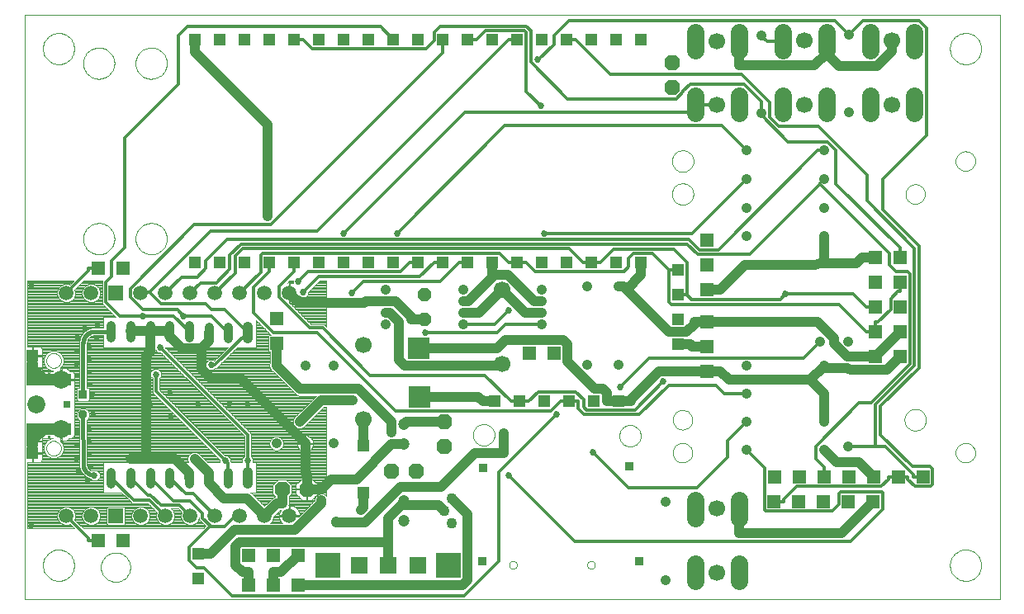
<source format=gbl>
G75*
%MOIN*%
%OFA0B0*%
%FSLAX24Y24*%
%IPPOS*%
%LPD*%
%AMOC8*
5,1,8,0,0,1.08239X$1,22.5*
%
%ADD10C,0.0000*%
%ADD11R,0.0472X0.0472*%
%ADD12C,0.0669*%
%ADD13OC8,0.0630*%
%ADD14C,0.0413*%
%ADD15OC8,0.0531*%
%ADD16R,0.0531X0.0531*%
%ADD17R,0.0709X0.0709*%
%ADD18R,0.1000X0.1000*%
%ADD19C,0.0591*%
%ADD20R,0.0591X0.0591*%
%ADD21C,0.0709*%
%ADD22C,0.0433*%
%ADD23C,0.0472*%
%ADD24R,0.0860X0.0860*%
%ADD25C,0.0394*%
%ADD26C,0.0380*%
%ADD27C,0.0728*%
%ADD28R,0.1800X0.0450*%
%ADD29R,0.0500X0.0500*%
%ADD30C,0.0400*%
%ADD31C,0.0270*%
%ADD32C,0.0047*%
%ADD33C,0.0236*%
%ADD34C,0.0120*%
%ADD35C,0.0376*%
%ADD36R,0.0376X0.0376*%
%ADD37C,0.0160*%
%ADD38R,0.0295X0.0295*%
%ADD39R,0.0354X0.0354*%
D10*
X004227Y002440D02*
X043597Y002440D01*
X043597Y026062D01*
X004227Y026062D01*
X004227Y002440D01*
X004975Y003818D02*
X004977Y003868D01*
X004983Y003918D01*
X004993Y003967D01*
X005007Y004015D01*
X005024Y004062D01*
X005045Y004107D01*
X005070Y004151D01*
X005098Y004192D01*
X005130Y004231D01*
X005164Y004268D01*
X005201Y004302D01*
X005241Y004332D01*
X005283Y004359D01*
X005327Y004383D01*
X005373Y004404D01*
X005420Y004420D01*
X005468Y004433D01*
X005518Y004442D01*
X005567Y004447D01*
X005618Y004448D01*
X005668Y004445D01*
X005717Y004438D01*
X005766Y004427D01*
X005814Y004412D01*
X005860Y004394D01*
X005905Y004372D01*
X005948Y004346D01*
X005989Y004317D01*
X006028Y004285D01*
X006064Y004250D01*
X006096Y004212D01*
X006126Y004172D01*
X006153Y004129D01*
X006176Y004085D01*
X006195Y004039D01*
X006211Y003991D01*
X006223Y003942D01*
X006231Y003893D01*
X006235Y003843D01*
X006235Y003793D01*
X006231Y003743D01*
X006223Y003694D01*
X006211Y003645D01*
X006195Y003597D01*
X006176Y003551D01*
X006153Y003507D01*
X006126Y003464D01*
X006096Y003424D01*
X006064Y003386D01*
X006028Y003351D01*
X005989Y003319D01*
X005948Y003290D01*
X005905Y003264D01*
X005860Y003242D01*
X005814Y003224D01*
X005766Y003209D01*
X005717Y003198D01*
X005668Y003191D01*
X005618Y003188D01*
X005567Y003189D01*
X005518Y003194D01*
X005468Y003203D01*
X005420Y003216D01*
X005373Y003232D01*
X005327Y003253D01*
X005283Y003277D01*
X005241Y003304D01*
X005201Y003334D01*
X005164Y003368D01*
X005130Y003405D01*
X005098Y003444D01*
X005070Y003485D01*
X005045Y003529D01*
X005024Y003574D01*
X005007Y003621D01*
X004993Y003669D01*
X004983Y003718D01*
X004977Y003768D01*
X004975Y003818D01*
X007317Y003739D02*
X007319Y003787D01*
X007325Y003835D01*
X007335Y003882D01*
X007348Y003928D01*
X007366Y003973D01*
X007386Y004017D01*
X007411Y004059D01*
X007439Y004098D01*
X007469Y004135D01*
X007503Y004169D01*
X007540Y004201D01*
X007578Y004230D01*
X007619Y004255D01*
X007662Y004277D01*
X007707Y004295D01*
X007753Y004309D01*
X007800Y004320D01*
X007848Y004327D01*
X007896Y004330D01*
X007944Y004329D01*
X007992Y004324D01*
X008040Y004315D01*
X008086Y004303D01*
X008131Y004286D01*
X008175Y004266D01*
X008217Y004243D01*
X008257Y004216D01*
X008295Y004186D01*
X008330Y004153D01*
X008362Y004117D01*
X008392Y004079D01*
X008418Y004038D01*
X008440Y003995D01*
X008460Y003951D01*
X008475Y003906D01*
X008487Y003859D01*
X008495Y003811D01*
X008499Y003763D01*
X008499Y003715D01*
X008495Y003667D01*
X008487Y003619D01*
X008475Y003572D01*
X008460Y003527D01*
X008440Y003483D01*
X008418Y003440D01*
X008392Y003399D01*
X008362Y003361D01*
X008330Y003325D01*
X008295Y003292D01*
X008257Y003262D01*
X008217Y003235D01*
X008175Y003212D01*
X008131Y003192D01*
X008086Y003175D01*
X008040Y003163D01*
X007992Y003154D01*
X007944Y003149D01*
X007896Y003148D01*
X007848Y003151D01*
X007800Y003158D01*
X007753Y003169D01*
X007707Y003183D01*
X007662Y003201D01*
X007619Y003223D01*
X007578Y003248D01*
X007540Y003277D01*
X007503Y003309D01*
X007469Y003343D01*
X007439Y003380D01*
X007411Y003419D01*
X007386Y003461D01*
X007366Y003505D01*
X007348Y003550D01*
X007335Y003596D01*
X007325Y003643D01*
X007319Y003691D01*
X007317Y003739D01*
X005113Y008542D02*
X005115Y008576D01*
X005121Y008610D01*
X005131Y008643D01*
X005144Y008674D01*
X005162Y008704D01*
X005182Y008732D01*
X005206Y008757D01*
X005232Y008779D01*
X005260Y008797D01*
X005291Y008813D01*
X005323Y008825D01*
X005357Y008833D01*
X005391Y008837D01*
X005425Y008837D01*
X005459Y008833D01*
X005493Y008825D01*
X005525Y008813D01*
X005555Y008797D01*
X005584Y008779D01*
X005610Y008757D01*
X005634Y008732D01*
X005654Y008704D01*
X005672Y008674D01*
X005685Y008643D01*
X005695Y008610D01*
X005701Y008576D01*
X005703Y008542D01*
X005701Y008508D01*
X005695Y008474D01*
X005685Y008441D01*
X005672Y008410D01*
X005654Y008380D01*
X005634Y008352D01*
X005610Y008327D01*
X005584Y008305D01*
X005556Y008287D01*
X005525Y008271D01*
X005493Y008259D01*
X005459Y008251D01*
X005425Y008247D01*
X005391Y008247D01*
X005357Y008251D01*
X005323Y008259D01*
X005291Y008271D01*
X005260Y008287D01*
X005232Y008305D01*
X005206Y008327D01*
X005182Y008352D01*
X005162Y008380D01*
X005144Y008410D01*
X005131Y008441D01*
X005121Y008474D01*
X005115Y008508D01*
X005113Y008542D01*
X005113Y012086D02*
X005115Y012120D01*
X005121Y012154D01*
X005131Y012187D01*
X005144Y012218D01*
X005162Y012248D01*
X005182Y012276D01*
X005206Y012301D01*
X005232Y012323D01*
X005260Y012341D01*
X005291Y012357D01*
X005323Y012369D01*
X005357Y012377D01*
X005391Y012381D01*
X005425Y012381D01*
X005459Y012377D01*
X005493Y012369D01*
X005525Y012357D01*
X005555Y012341D01*
X005584Y012323D01*
X005610Y012301D01*
X005634Y012276D01*
X005654Y012248D01*
X005672Y012218D01*
X005685Y012187D01*
X005695Y012154D01*
X005701Y012120D01*
X005703Y012086D01*
X005701Y012052D01*
X005695Y012018D01*
X005685Y011985D01*
X005672Y011954D01*
X005654Y011924D01*
X005634Y011896D01*
X005610Y011871D01*
X005584Y011849D01*
X005556Y011831D01*
X005525Y011815D01*
X005493Y011803D01*
X005459Y011795D01*
X005425Y011791D01*
X005391Y011791D01*
X005357Y011795D01*
X005323Y011803D01*
X005291Y011815D01*
X005260Y011831D01*
X005232Y011849D01*
X005206Y011871D01*
X005182Y011896D01*
X005162Y011924D01*
X005144Y011954D01*
X005131Y011985D01*
X005121Y012018D01*
X005115Y012052D01*
X005113Y012086D01*
X006601Y017007D02*
X006603Y017057D01*
X006609Y017107D01*
X006619Y017156D01*
X006633Y017204D01*
X006650Y017251D01*
X006671Y017296D01*
X006696Y017340D01*
X006724Y017381D01*
X006756Y017420D01*
X006790Y017457D01*
X006827Y017491D01*
X006867Y017521D01*
X006909Y017548D01*
X006953Y017572D01*
X006999Y017593D01*
X007046Y017609D01*
X007094Y017622D01*
X007144Y017631D01*
X007193Y017636D01*
X007244Y017637D01*
X007294Y017634D01*
X007343Y017627D01*
X007392Y017616D01*
X007440Y017601D01*
X007486Y017583D01*
X007531Y017561D01*
X007574Y017535D01*
X007615Y017506D01*
X007654Y017474D01*
X007690Y017439D01*
X007722Y017401D01*
X007752Y017361D01*
X007779Y017318D01*
X007802Y017274D01*
X007821Y017228D01*
X007837Y017180D01*
X007849Y017131D01*
X007857Y017082D01*
X007861Y017032D01*
X007861Y016982D01*
X007857Y016932D01*
X007849Y016883D01*
X007837Y016834D01*
X007821Y016786D01*
X007802Y016740D01*
X007779Y016696D01*
X007752Y016653D01*
X007722Y016613D01*
X007690Y016575D01*
X007654Y016540D01*
X007615Y016508D01*
X007574Y016479D01*
X007531Y016453D01*
X007486Y016431D01*
X007440Y016413D01*
X007392Y016398D01*
X007343Y016387D01*
X007294Y016380D01*
X007244Y016377D01*
X007193Y016378D01*
X007144Y016383D01*
X007094Y016392D01*
X007046Y016405D01*
X006999Y016421D01*
X006953Y016442D01*
X006909Y016466D01*
X006867Y016493D01*
X006827Y016523D01*
X006790Y016557D01*
X006756Y016594D01*
X006724Y016633D01*
X006696Y016674D01*
X006671Y016718D01*
X006650Y016763D01*
X006633Y016810D01*
X006619Y016858D01*
X006609Y016907D01*
X006603Y016957D01*
X006601Y017007D01*
X008715Y017007D02*
X008717Y017057D01*
X008723Y017107D01*
X008733Y017156D01*
X008747Y017204D01*
X008764Y017251D01*
X008785Y017296D01*
X008810Y017340D01*
X008838Y017381D01*
X008870Y017420D01*
X008904Y017457D01*
X008941Y017491D01*
X008981Y017521D01*
X009023Y017548D01*
X009067Y017572D01*
X009113Y017593D01*
X009160Y017609D01*
X009208Y017622D01*
X009258Y017631D01*
X009307Y017636D01*
X009358Y017637D01*
X009408Y017634D01*
X009457Y017627D01*
X009506Y017616D01*
X009554Y017601D01*
X009600Y017583D01*
X009645Y017561D01*
X009688Y017535D01*
X009729Y017506D01*
X009768Y017474D01*
X009804Y017439D01*
X009836Y017401D01*
X009866Y017361D01*
X009893Y017318D01*
X009916Y017274D01*
X009935Y017228D01*
X009951Y017180D01*
X009963Y017131D01*
X009971Y017082D01*
X009975Y017032D01*
X009975Y016982D01*
X009971Y016932D01*
X009963Y016883D01*
X009951Y016834D01*
X009935Y016786D01*
X009916Y016740D01*
X009893Y016696D01*
X009866Y016653D01*
X009836Y016613D01*
X009804Y016575D01*
X009768Y016540D01*
X009729Y016508D01*
X009688Y016479D01*
X009645Y016453D01*
X009600Y016431D01*
X009554Y016413D01*
X009506Y016398D01*
X009457Y016387D01*
X009408Y016380D01*
X009358Y016377D01*
X009307Y016378D01*
X009258Y016383D01*
X009208Y016392D01*
X009160Y016405D01*
X009113Y016421D01*
X009067Y016442D01*
X009023Y016466D01*
X008981Y016493D01*
X008941Y016523D01*
X008904Y016557D01*
X008870Y016594D01*
X008838Y016633D01*
X008810Y016674D01*
X008785Y016718D01*
X008764Y016763D01*
X008747Y016810D01*
X008733Y016858D01*
X008723Y016907D01*
X008717Y016957D01*
X008715Y017007D01*
X008715Y024094D02*
X008717Y024144D01*
X008723Y024194D01*
X008733Y024243D01*
X008747Y024291D01*
X008764Y024338D01*
X008785Y024383D01*
X008810Y024427D01*
X008838Y024468D01*
X008870Y024507D01*
X008904Y024544D01*
X008941Y024578D01*
X008981Y024608D01*
X009023Y024635D01*
X009067Y024659D01*
X009113Y024680D01*
X009160Y024696D01*
X009208Y024709D01*
X009258Y024718D01*
X009307Y024723D01*
X009358Y024724D01*
X009408Y024721D01*
X009457Y024714D01*
X009506Y024703D01*
X009554Y024688D01*
X009600Y024670D01*
X009645Y024648D01*
X009688Y024622D01*
X009729Y024593D01*
X009768Y024561D01*
X009804Y024526D01*
X009836Y024488D01*
X009866Y024448D01*
X009893Y024405D01*
X009916Y024361D01*
X009935Y024315D01*
X009951Y024267D01*
X009963Y024218D01*
X009971Y024169D01*
X009975Y024119D01*
X009975Y024069D01*
X009971Y024019D01*
X009963Y023970D01*
X009951Y023921D01*
X009935Y023873D01*
X009916Y023827D01*
X009893Y023783D01*
X009866Y023740D01*
X009836Y023700D01*
X009804Y023662D01*
X009768Y023627D01*
X009729Y023595D01*
X009688Y023566D01*
X009645Y023540D01*
X009600Y023518D01*
X009554Y023500D01*
X009506Y023485D01*
X009457Y023474D01*
X009408Y023467D01*
X009358Y023464D01*
X009307Y023465D01*
X009258Y023470D01*
X009208Y023479D01*
X009160Y023492D01*
X009113Y023508D01*
X009067Y023529D01*
X009023Y023553D01*
X008981Y023580D01*
X008941Y023610D01*
X008904Y023644D01*
X008870Y023681D01*
X008838Y023720D01*
X008810Y023761D01*
X008785Y023805D01*
X008764Y023850D01*
X008747Y023897D01*
X008733Y023945D01*
X008723Y023994D01*
X008717Y024044D01*
X008715Y024094D01*
X006601Y024094D02*
X006603Y024144D01*
X006609Y024194D01*
X006619Y024243D01*
X006633Y024291D01*
X006650Y024338D01*
X006671Y024383D01*
X006696Y024427D01*
X006724Y024468D01*
X006756Y024507D01*
X006790Y024544D01*
X006827Y024578D01*
X006867Y024608D01*
X006909Y024635D01*
X006953Y024659D01*
X006999Y024680D01*
X007046Y024696D01*
X007094Y024709D01*
X007144Y024718D01*
X007193Y024723D01*
X007244Y024724D01*
X007294Y024721D01*
X007343Y024714D01*
X007392Y024703D01*
X007440Y024688D01*
X007486Y024670D01*
X007531Y024648D01*
X007574Y024622D01*
X007615Y024593D01*
X007654Y024561D01*
X007690Y024526D01*
X007722Y024488D01*
X007752Y024448D01*
X007779Y024405D01*
X007802Y024361D01*
X007821Y024315D01*
X007837Y024267D01*
X007849Y024218D01*
X007857Y024169D01*
X007861Y024119D01*
X007861Y024069D01*
X007857Y024019D01*
X007849Y023970D01*
X007837Y023921D01*
X007821Y023873D01*
X007802Y023827D01*
X007779Y023783D01*
X007752Y023740D01*
X007722Y023700D01*
X007690Y023662D01*
X007654Y023627D01*
X007615Y023595D01*
X007574Y023566D01*
X007531Y023540D01*
X007486Y023518D01*
X007440Y023500D01*
X007392Y023485D01*
X007343Y023474D01*
X007294Y023467D01*
X007244Y023464D01*
X007193Y023465D01*
X007144Y023470D01*
X007094Y023479D01*
X007046Y023492D01*
X006999Y023508D01*
X006953Y023529D01*
X006909Y023553D01*
X006867Y023580D01*
X006827Y023610D01*
X006790Y023644D01*
X006756Y023681D01*
X006724Y023720D01*
X006696Y023761D01*
X006671Y023805D01*
X006650Y023850D01*
X006633Y023897D01*
X006619Y023945D01*
X006609Y023994D01*
X006603Y024044D01*
X006601Y024094D01*
X004975Y024684D02*
X004977Y024734D01*
X004983Y024784D01*
X004993Y024833D01*
X005007Y024881D01*
X005024Y024928D01*
X005045Y024973D01*
X005070Y025017D01*
X005098Y025058D01*
X005130Y025097D01*
X005164Y025134D01*
X005201Y025168D01*
X005241Y025198D01*
X005283Y025225D01*
X005327Y025249D01*
X005373Y025270D01*
X005420Y025286D01*
X005468Y025299D01*
X005518Y025308D01*
X005567Y025313D01*
X005618Y025314D01*
X005668Y025311D01*
X005717Y025304D01*
X005766Y025293D01*
X005814Y025278D01*
X005860Y025260D01*
X005905Y025238D01*
X005948Y025212D01*
X005989Y025183D01*
X006028Y025151D01*
X006064Y025116D01*
X006096Y025078D01*
X006126Y025038D01*
X006153Y024995D01*
X006176Y024951D01*
X006195Y024905D01*
X006211Y024857D01*
X006223Y024808D01*
X006231Y024759D01*
X006235Y024709D01*
X006235Y024659D01*
X006231Y024609D01*
X006223Y024560D01*
X006211Y024511D01*
X006195Y024463D01*
X006176Y024417D01*
X006153Y024373D01*
X006126Y024330D01*
X006096Y024290D01*
X006064Y024252D01*
X006028Y024217D01*
X005989Y024185D01*
X005948Y024156D01*
X005905Y024130D01*
X005860Y024108D01*
X005814Y024090D01*
X005766Y024075D01*
X005717Y024064D01*
X005668Y024057D01*
X005618Y024054D01*
X005567Y024055D01*
X005518Y024060D01*
X005468Y024069D01*
X005420Y024082D01*
X005373Y024098D01*
X005327Y024119D01*
X005283Y024143D01*
X005241Y024170D01*
X005201Y024200D01*
X005164Y024234D01*
X005130Y024271D01*
X005098Y024310D01*
X005070Y024351D01*
X005045Y024395D01*
X005024Y024440D01*
X005007Y024487D01*
X004993Y024535D01*
X004983Y024584D01*
X004977Y024634D01*
X004975Y024684D01*
X030368Y020141D02*
X030370Y020182D01*
X030376Y020223D01*
X030386Y020263D01*
X030399Y020302D01*
X030416Y020339D01*
X030437Y020375D01*
X030461Y020409D01*
X030488Y020440D01*
X030517Y020468D01*
X030550Y020494D01*
X030584Y020516D01*
X030621Y020535D01*
X030659Y020550D01*
X030699Y020562D01*
X030739Y020570D01*
X030780Y020574D01*
X030822Y020574D01*
X030863Y020570D01*
X030903Y020562D01*
X030943Y020550D01*
X030981Y020535D01*
X031017Y020516D01*
X031052Y020494D01*
X031085Y020468D01*
X031114Y020440D01*
X031141Y020409D01*
X031165Y020375D01*
X031186Y020339D01*
X031203Y020302D01*
X031216Y020263D01*
X031226Y020223D01*
X031232Y020182D01*
X031234Y020141D01*
X031232Y020100D01*
X031226Y020059D01*
X031216Y020019D01*
X031203Y019980D01*
X031186Y019943D01*
X031165Y019907D01*
X031141Y019873D01*
X031114Y019842D01*
X031085Y019814D01*
X031052Y019788D01*
X031018Y019766D01*
X030981Y019747D01*
X030943Y019732D01*
X030903Y019720D01*
X030863Y019712D01*
X030822Y019708D01*
X030780Y019708D01*
X030739Y019712D01*
X030699Y019720D01*
X030659Y019732D01*
X030621Y019747D01*
X030585Y019766D01*
X030550Y019788D01*
X030517Y019814D01*
X030488Y019842D01*
X030461Y019873D01*
X030437Y019907D01*
X030416Y019943D01*
X030399Y019980D01*
X030386Y020019D01*
X030376Y020059D01*
X030370Y020100D01*
X030368Y020141D01*
X030364Y018810D02*
X030366Y018851D01*
X030372Y018892D01*
X030382Y018932D01*
X030395Y018971D01*
X030412Y019008D01*
X030433Y019044D01*
X030457Y019078D01*
X030484Y019109D01*
X030513Y019137D01*
X030546Y019163D01*
X030580Y019185D01*
X030617Y019204D01*
X030655Y019219D01*
X030695Y019231D01*
X030735Y019239D01*
X030776Y019243D01*
X030818Y019243D01*
X030859Y019239D01*
X030899Y019231D01*
X030939Y019219D01*
X030977Y019204D01*
X031013Y019185D01*
X031048Y019163D01*
X031081Y019137D01*
X031110Y019109D01*
X031137Y019078D01*
X031161Y019044D01*
X031182Y019008D01*
X031199Y018971D01*
X031212Y018932D01*
X031222Y018892D01*
X031228Y018851D01*
X031230Y018810D01*
X031228Y018769D01*
X031222Y018728D01*
X031212Y018688D01*
X031199Y018649D01*
X031182Y018612D01*
X031161Y018576D01*
X031137Y018542D01*
X031110Y018511D01*
X031081Y018483D01*
X031048Y018457D01*
X031014Y018435D01*
X030977Y018416D01*
X030939Y018401D01*
X030899Y018389D01*
X030859Y018381D01*
X030818Y018377D01*
X030776Y018377D01*
X030735Y018381D01*
X030695Y018389D01*
X030655Y018401D01*
X030617Y018416D01*
X030581Y018435D01*
X030546Y018457D01*
X030513Y018483D01*
X030484Y018511D01*
X030457Y018542D01*
X030433Y018576D01*
X030412Y018612D01*
X030395Y018649D01*
X030382Y018688D01*
X030372Y018728D01*
X030366Y018769D01*
X030364Y018810D01*
X039793Y018810D02*
X039795Y018849D01*
X039801Y018888D01*
X039811Y018926D01*
X039824Y018963D01*
X039841Y018998D01*
X039861Y019032D01*
X039885Y019063D01*
X039912Y019092D01*
X039941Y019118D01*
X039973Y019141D01*
X040007Y019161D01*
X040043Y019177D01*
X040080Y019189D01*
X040119Y019198D01*
X040158Y019203D01*
X040197Y019204D01*
X040236Y019201D01*
X040275Y019194D01*
X040312Y019183D01*
X040349Y019169D01*
X040384Y019151D01*
X040417Y019130D01*
X040448Y019105D01*
X040476Y019078D01*
X040501Y019048D01*
X040523Y019015D01*
X040542Y018981D01*
X040557Y018945D01*
X040569Y018907D01*
X040577Y018869D01*
X040581Y018830D01*
X040581Y018790D01*
X040577Y018751D01*
X040569Y018713D01*
X040557Y018675D01*
X040542Y018639D01*
X040523Y018605D01*
X040501Y018572D01*
X040476Y018542D01*
X040448Y018515D01*
X040417Y018490D01*
X040384Y018469D01*
X040349Y018451D01*
X040312Y018437D01*
X040275Y018426D01*
X040236Y018419D01*
X040197Y018416D01*
X040158Y018417D01*
X040119Y018422D01*
X040080Y018431D01*
X040043Y018443D01*
X040007Y018459D01*
X039973Y018479D01*
X039941Y018502D01*
X039912Y018528D01*
X039885Y018557D01*
X039861Y018588D01*
X039841Y018622D01*
X039824Y018657D01*
X039811Y018694D01*
X039801Y018732D01*
X039795Y018771D01*
X039793Y018810D01*
X041817Y020141D02*
X041819Y020180D01*
X041825Y020219D01*
X041835Y020257D01*
X041848Y020294D01*
X041865Y020329D01*
X041885Y020363D01*
X041909Y020394D01*
X041936Y020423D01*
X041965Y020449D01*
X041997Y020472D01*
X042031Y020492D01*
X042067Y020508D01*
X042104Y020520D01*
X042143Y020529D01*
X042182Y020534D01*
X042221Y020535D01*
X042260Y020532D01*
X042299Y020525D01*
X042336Y020514D01*
X042373Y020500D01*
X042408Y020482D01*
X042441Y020461D01*
X042472Y020436D01*
X042500Y020409D01*
X042525Y020379D01*
X042547Y020346D01*
X042566Y020312D01*
X042581Y020276D01*
X042593Y020238D01*
X042601Y020200D01*
X042605Y020161D01*
X042605Y020121D01*
X042601Y020082D01*
X042593Y020044D01*
X042581Y020006D01*
X042566Y019970D01*
X042547Y019936D01*
X042525Y019903D01*
X042500Y019873D01*
X042472Y019846D01*
X042441Y019821D01*
X042408Y019800D01*
X042373Y019782D01*
X042336Y019768D01*
X042299Y019757D01*
X042260Y019750D01*
X042221Y019747D01*
X042182Y019748D01*
X042143Y019753D01*
X042104Y019762D01*
X042067Y019774D01*
X042031Y019790D01*
X041997Y019810D01*
X041965Y019833D01*
X041936Y019859D01*
X041909Y019888D01*
X041885Y019919D01*
X041865Y019953D01*
X041848Y019988D01*
X041835Y020025D01*
X041825Y020063D01*
X041819Y020102D01*
X041817Y020141D01*
X041589Y024684D02*
X041591Y024734D01*
X041597Y024784D01*
X041607Y024833D01*
X041621Y024881D01*
X041638Y024928D01*
X041659Y024973D01*
X041684Y025017D01*
X041712Y025058D01*
X041744Y025097D01*
X041778Y025134D01*
X041815Y025168D01*
X041855Y025198D01*
X041897Y025225D01*
X041941Y025249D01*
X041987Y025270D01*
X042034Y025286D01*
X042082Y025299D01*
X042132Y025308D01*
X042181Y025313D01*
X042232Y025314D01*
X042282Y025311D01*
X042331Y025304D01*
X042380Y025293D01*
X042428Y025278D01*
X042474Y025260D01*
X042519Y025238D01*
X042562Y025212D01*
X042603Y025183D01*
X042642Y025151D01*
X042678Y025116D01*
X042710Y025078D01*
X042740Y025038D01*
X042767Y024995D01*
X042790Y024951D01*
X042809Y024905D01*
X042825Y024857D01*
X042837Y024808D01*
X042845Y024759D01*
X042849Y024709D01*
X042849Y024659D01*
X042845Y024609D01*
X042837Y024560D01*
X042825Y024511D01*
X042809Y024463D01*
X042790Y024417D01*
X042767Y024373D01*
X042740Y024330D01*
X042710Y024290D01*
X042678Y024252D01*
X042642Y024217D01*
X042603Y024185D01*
X042562Y024156D01*
X042519Y024130D01*
X042474Y024108D01*
X042428Y024090D01*
X042380Y024075D01*
X042331Y024064D01*
X042282Y024057D01*
X042232Y024054D01*
X042181Y024055D01*
X042132Y024060D01*
X042082Y024069D01*
X042034Y024082D01*
X041987Y024098D01*
X041941Y024119D01*
X041897Y024143D01*
X041855Y024170D01*
X041815Y024200D01*
X041778Y024234D01*
X041744Y024271D01*
X041712Y024310D01*
X041684Y024351D01*
X041659Y024395D01*
X041638Y024440D01*
X041621Y024487D01*
X041607Y024535D01*
X041597Y024584D01*
X041591Y024634D01*
X041589Y024684D01*
X039754Y009692D02*
X039756Y009733D01*
X039762Y009774D01*
X039772Y009814D01*
X039785Y009853D01*
X039802Y009890D01*
X039823Y009926D01*
X039847Y009960D01*
X039874Y009991D01*
X039903Y010019D01*
X039936Y010045D01*
X039970Y010067D01*
X040007Y010086D01*
X040045Y010101D01*
X040085Y010113D01*
X040125Y010121D01*
X040166Y010125D01*
X040208Y010125D01*
X040249Y010121D01*
X040289Y010113D01*
X040329Y010101D01*
X040367Y010086D01*
X040403Y010067D01*
X040438Y010045D01*
X040471Y010019D01*
X040500Y009991D01*
X040527Y009960D01*
X040551Y009926D01*
X040572Y009890D01*
X040589Y009853D01*
X040602Y009814D01*
X040612Y009774D01*
X040618Y009733D01*
X040620Y009692D01*
X040618Y009651D01*
X040612Y009610D01*
X040602Y009570D01*
X040589Y009531D01*
X040572Y009494D01*
X040551Y009458D01*
X040527Y009424D01*
X040500Y009393D01*
X040471Y009365D01*
X040438Y009339D01*
X040404Y009317D01*
X040367Y009298D01*
X040329Y009283D01*
X040289Y009271D01*
X040249Y009263D01*
X040208Y009259D01*
X040166Y009259D01*
X040125Y009263D01*
X040085Y009271D01*
X040045Y009283D01*
X040007Y009298D01*
X039971Y009317D01*
X039936Y009339D01*
X039903Y009365D01*
X039874Y009393D01*
X039847Y009424D01*
X039823Y009458D01*
X039802Y009494D01*
X039785Y009531D01*
X039772Y009570D01*
X039762Y009610D01*
X039756Y009651D01*
X039754Y009692D01*
X041817Y008361D02*
X041819Y008400D01*
X041825Y008439D01*
X041835Y008477D01*
X041848Y008514D01*
X041865Y008549D01*
X041885Y008583D01*
X041909Y008614D01*
X041936Y008643D01*
X041965Y008669D01*
X041997Y008692D01*
X042031Y008712D01*
X042067Y008728D01*
X042104Y008740D01*
X042143Y008749D01*
X042182Y008754D01*
X042221Y008755D01*
X042260Y008752D01*
X042299Y008745D01*
X042336Y008734D01*
X042373Y008720D01*
X042408Y008702D01*
X042441Y008681D01*
X042472Y008656D01*
X042500Y008629D01*
X042525Y008599D01*
X042547Y008566D01*
X042566Y008532D01*
X042581Y008496D01*
X042593Y008458D01*
X042601Y008420D01*
X042605Y008381D01*
X042605Y008341D01*
X042601Y008302D01*
X042593Y008264D01*
X042581Y008226D01*
X042566Y008190D01*
X042547Y008156D01*
X042525Y008123D01*
X042500Y008093D01*
X042472Y008066D01*
X042441Y008041D01*
X042408Y008020D01*
X042373Y008002D01*
X042336Y007988D01*
X042299Y007977D01*
X042260Y007970D01*
X042221Y007967D01*
X042182Y007968D01*
X042143Y007973D01*
X042104Y007982D01*
X042067Y007994D01*
X042031Y008010D01*
X041997Y008030D01*
X041965Y008053D01*
X041936Y008079D01*
X041909Y008108D01*
X041885Y008139D01*
X041865Y008173D01*
X041848Y008208D01*
X041835Y008245D01*
X041825Y008283D01*
X041819Y008322D01*
X041817Y008361D01*
X041589Y003818D02*
X041591Y003868D01*
X041597Y003918D01*
X041607Y003967D01*
X041621Y004015D01*
X041638Y004062D01*
X041659Y004107D01*
X041684Y004151D01*
X041712Y004192D01*
X041744Y004231D01*
X041778Y004268D01*
X041815Y004302D01*
X041855Y004332D01*
X041897Y004359D01*
X041941Y004383D01*
X041987Y004404D01*
X042034Y004420D01*
X042082Y004433D01*
X042132Y004442D01*
X042181Y004447D01*
X042232Y004448D01*
X042282Y004445D01*
X042331Y004438D01*
X042380Y004427D01*
X042428Y004412D01*
X042474Y004394D01*
X042519Y004372D01*
X042562Y004346D01*
X042603Y004317D01*
X042642Y004285D01*
X042678Y004250D01*
X042710Y004212D01*
X042740Y004172D01*
X042767Y004129D01*
X042790Y004085D01*
X042809Y004039D01*
X042825Y003991D01*
X042837Y003942D01*
X042845Y003893D01*
X042849Y003843D01*
X042849Y003793D01*
X042845Y003743D01*
X042837Y003694D01*
X042825Y003645D01*
X042809Y003597D01*
X042790Y003551D01*
X042767Y003507D01*
X042740Y003464D01*
X042710Y003424D01*
X042678Y003386D01*
X042642Y003351D01*
X042603Y003319D01*
X042562Y003290D01*
X042519Y003264D01*
X042474Y003242D01*
X042428Y003224D01*
X042380Y003209D01*
X042331Y003198D01*
X042282Y003191D01*
X042232Y003188D01*
X042181Y003189D01*
X042132Y003194D01*
X042082Y003203D01*
X042034Y003216D01*
X041987Y003232D01*
X041941Y003253D01*
X041897Y003277D01*
X041855Y003304D01*
X041815Y003334D01*
X041778Y003368D01*
X041744Y003405D01*
X041712Y003444D01*
X041684Y003485D01*
X041659Y003529D01*
X041638Y003574D01*
X041621Y003621D01*
X041607Y003669D01*
X041597Y003718D01*
X041591Y003768D01*
X041589Y003818D01*
X030400Y008361D02*
X030402Y008400D01*
X030408Y008439D01*
X030418Y008477D01*
X030431Y008514D01*
X030448Y008549D01*
X030468Y008583D01*
X030492Y008614D01*
X030519Y008643D01*
X030548Y008669D01*
X030580Y008692D01*
X030614Y008712D01*
X030650Y008728D01*
X030687Y008740D01*
X030726Y008749D01*
X030765Y008754D01*
X030804Y008755D01*
X030843Y008752D01*
X030882Y008745D01*
X030919Y008734D01*
X030956Y008720D01*
X030991Y008702D01*
X031024Y008681D01*
X031055Y008656D01*
X031083Y008629D01*
X031108Y008599D01*
X031130Y008566D01*
X031149Y008532D01*
X031164Y008496D01*
X031176Y008458D01*
X031184Y008420D01*
X031188Y008381D01*
X031188Y008341D01*
X031184Y008302D01*
X031176Y008264D01*
X031164Y008226D01*
X031149Y008190D01*
X031130Y008156D01*
X031108Y008123D01*
X031083Y008093D01*
X031055Y008066D01*
X031024Y008041D01*
X030991Y008020D01*
X030956Y008002D01*
X030919Y007988D01*
X030882Y007977D01*
X030843Y007970D01*
X030804Y007967D01*
X030765Y007968D01*
X030726Y007973D01*
X030687Y007982D01*
X030650Y007994D01*
X030614Y008010D01*
X030580Y008030D01*
X030548Y008053D01*
X030519Y008079D01*
X030492Y008108D01*
X030468Y008139D01*
X030448Y008173D01*
X030431Y008208D01*
X030418Y008245D01*
X030408Y008283D01*
X030402Y008322D01*
X030400Y008361D01*
X028242Y009046D02*
X028244Y009087D01*
X028250Y009128D01*
X028260Y009168D01*
X028273Y009207D01*
X028290Y009244D01*
X028311Y009280D01*
X028335Y009314D01*
X028362Y009345D01*
X028391Y009373D01*
X028424Y009399D01*
X028458Y009421D01*
X028495Y009440D01*
X028533Y009455D01*
X028573Y009467D01*
X028613Y009475D01*
X028654Y009479D01*
X028696Y009479D01*
X028737Y009475D01*
X028777Y009467D01*
X028817Y009455D01*
X028855Y009440D01*
X028891Y009421D01*
X028926Y009399D01*
X028959Y009373D01*
X028988Y009345D01*
X029015Y009314D01*
X029039Y009280D01*
X029060Y009244D01*
X029077Y009207D01*
X029090Y009168D01*
X029100Y009128D01*
X029106Y009087D01*
X029108Y009046D01*
X029106Y009005D01*
X029100Y008964D01*
X029090Y008924D01*
X029077Y008885D01*
X029060Y008848D01*
X029039Y008812D01*
X029015Y008778D01*
X028988Y008747D01*
X028959Y008719D01*
X028926Y008693D01*
X028892Y008671D01*
X028855Y008652D01*
X028817Y008637D01*
X028777Y008625D01*
X028737Y008617D01*
X028696Y008613D01*
X028654Y008613D01*
X028613Y008617D01*
X028573Y008625D01*
X028533Y008637D01*
X028495Y008652D01*
X028459Y008671D01*
X028424Y008693D01*
X028391Y008719D01*
X028362Y008747D01*
X028335Y008778D01*
X028311Y008812D01*
X028290Y008848D01*
X028273Y008885D01*
X028260Y008924D01*
X028250Y008964D01*
X028244Y009005D01*
X028242Y009046D01*
X030403Y009692D02*
X030405Y009731D01*
X030411Y009770D01*
X030421Y009808D01*
X030434Y009845D01*
X030451Y009880D01*
X030471Y009914D01*
X030495Y009945D01*
X030522Y009974D01*
X030551Y010000D01*
X030583Y010023D01*
X030617Y010043D01*
X030653Y010059D01*
X030690Y010071D01*
X030729Y010080D01*
X030768Y010085D01*
X030807Y010086D01*
X030846Y010083D01*
X030885Y010076D01*
X030922Y010065D01*
X030959Y010051D01*
X030994Y010033D01*
X031027Y010012D01*
X031058Y009987D01*
X031086Y009960D01*
X031111Y009930D01*
X031133Y009897D01*
X031152Y009863D01*
X031167Y009827D01*
X031179Y009789D01*
X031187Y009751D01*
X031191Y009712D01*
X031191Y009672D01*
X031187Y009633D01*
X031179Y009595D01*
X031167Y009557D01*
X031152Y009521D01*
X031133Y009487D01*
X031111Y009454D01*
X031086Y009424D01*
X031058Y009397D01*
X031027Y009372D01*
X030994Y009351D01*
X030959Y009333D01*
X030922Y009319D01*
X030885Y009308D01*
X030846Y009301D01*
X030807Y009298D01*
X030768Y009299D01*
X030729Y009304D01*
X030690Y009313D01*
X030653Y009325D01*
X030617Y009341D01*
X030583Y009361D01*
X030551Y009384D01*
X030522Y009410D01*
X030495Y009439D01*
X030471Y009470D01*
X030451Y009504D01*
X030434Y009539D01*
X030421Y009576D01*
X030411Y009614D01*
X030405Y009653D01*
X030403Y009692D01*
X022337Y009086D02*
X022339Y009127D01*
X022345Y009168D01*
X022355Y009208D01*
X022368Y009247D01*
X022385Y009284D01*
X022406Y009320D01*
X022430Y009354D01*
X022457Y009385D01*
X022486Y009413D01*
X022519Y009439D01*
X022553Y009461D01*
X022590Y009480D01*
X022628Y009495D01*
X022668Y009507D01*
X022708Y009515D01*
X022749Y009519D01*
X022791Y009519D01*
X022832Y009515D01*
X022872Y009507D01*
X022912Y009495D01*
X022950Y009480D01*
X022986Y009461D01*
X023021Y009439D01*
X023054Y009413D01*
X023083Y009385D01*
X023110Y009354D01*
X023134Y009320D01*
X023155Y009284D01*
X023172Y009247D01*
X023185Y009208D01*
X023195Y009168D01*
X023201Y009127D01*
X023203Y009086D01*
X023201Y009045D01*
X023195Y009004D01*
X023185Y008964D01*
X023172Y008925D01*
X023155Y008888D01*
X023134Y008852D01*
X023110Y008818D01*
X023083Y008787D01*
X023054Y008759D01*
X023021Y008733D01*
X022987Y008711D01*
X022950Y008692D01*
X022912Y008677D01*
X022872Y008665D01*
X022832Y008657D01*
X022791Y008653D01*
X022749Y008653D01*
X022708Y008657D01*
X022668Y008665D01*
X022628Y008677D01*
X022590Y008692D01*
X022554Y008711D01*
X022519Y008733D01*
X022486Y008759D01*
X022457Y008787D01*
X022430Y008818D01*
X022406Y008852D01*
X022385Y008888D01*
X022368Y008925D01*
X022355Y008964D01*
X022345Y009004D01*
X022339Y009045D01*
X022337Y009086D01*
X023794Y003830D02*
X023796Y003855D01*
X023802Y003879D01*
X023811Y003901D01*
X023824Y003922D01*
X023840Y003941D01*
X023859Y003957D01*
X023880Y003970D01*
X023902Y003979D01*
X023926Y003985D01*
X023951Y003987D01*
X023976Y003985D01*
X024000Y003979D01*
X024022Y003970D01*
X024043Y003957D01*
X024062Y003941D01*
X024078Y003922D01*
X024091Y003901D01*
X024100Y003879D01*
X024106Y003855D01*
X024108Y003830D01*
X024106Y003805D01*
X024100Y003781D01*
X024091Y003759D01*
X024078Y003738D01*
X024062Y003719D01*
X024043Y003703D01*
X024022Y003690D01*
X024000Y003681D01*
X023976Y003675D01*
X023951Y003673D01*
X023926Y003675D01*
X023902Y003681D01*
X023880Y003690D01*
X023859Y003703D01*
X023840Y003719D01*
X023824Y003738D01*
X023811Y003759D01*
X023802Y003781D01*
X023796Y003805D01*
X023794Y003830D01*
X026944Y003830D02*
X026946Y003855D01*
X026952Y003879D01*
X026961Y003901D01*
X026974Y003922D01*
X026990Y003941D01*
X027009Y003957D01*
X027030Y003970D01*
X027052Y003979D01*
X027076Y003985D01*
X027101Y003987D01*
X027126Y003985D01*
X027150Y003979D01*
X027172Y003970D01*
X027193Y003957D01*
X027212Y003941D01*
X027228Y003922D01*
X027241Y003901D01*
X027250Y003879D01*
X027256Y003855D01*
X027258Y003830D01*
X027256Y003805D01*
X027250Y003781D01*
X027241Y003759D01*
X027228Y003738D01*
X027212Y003719D01*
X027193Y003703D01*
X027172Y003690D01*
X027150Y003681D01*
X027126Y003675D01*
X027101Y003673D01*
X027076Y003675D01*
X027052Y003681D01*
X027030Y003690D01*
X027009Y003703D01*
X026990Y003719D01*
X026974Y003738D01*
X026961Y003759D01*
X026952Y003781D01*
X026946Y003805D01*
X026944Y003830D01*
D11*
X017912Y006743D03*
X017912Y008633D03*
X023223Y010440D03*
X024223Y010440D03*
X025223Y010440D03*
X026223Y010440D03*
X027223Y010440D03*
X028223Y010440D03*
X030605Y012743D03*
X030605Y013743D03*
X030605Y014743D03*
X030605Y015743D03*
X029120Y016050D03*
X028120Y016050D03*
X027120Y016050D03*
X026120Y016050D03*
X025120Y016050D03*
X024120Y016050D03*
X023120Y016050D03*
X022120Y016050D03*
X021120Y016050D03*
X020120Y016050D03*
X019120Y016050D03*
X018120Y016050D03*
X017120Y016050D03*
X016120Y016050D03*
X015120Y016050D03*
X014120Y016050D03*
X013120Y016050D03*
X012120Y016050D03*
X011120Y016050D03*
X011120Y025050D03*
X012120Y025050D03*
X013120Y025050D03*
X014120Y025050D03*
X015120Y025050D03*
X016120Y025050D03*
X017120Y025050D03*
X018120Y025050D03*
X019120Y025050D03*
X020120Y025050D03*
X021120Y025050D03*
X022120Y025050D03*
X023120Y025050D03*
X024120Y025050D03*
X025120Y025050D03*
X026120Y025050D03*
X027120Y025050D03*
X028120Y025050D03*
X029120Y025050D03*
X011258Y004282D03*
X011258Y003282D03*
D12*
X017912Y009700D03*
X017912Y012700D03*
X023510Y011952D03*
X023510Y014952D03*
X032179Y022401D03*
X035707Y022408D03*
X039254Y022405D03*
X039254Y025003D03*
X035707Y025007D03*
X032179Y024999D03*
X032179Y006101D03*
X032179Y003503D03*
D13*
X021183Y008613D03*
X020034Y007609D03*
X019034Y007609D03*
X021183Y009613D03*
X015628Y006893D03*
X014628Y006893D03*
X030364Y023101D03*
X030364Y024101D03*
D14*
X033963Y025219D03*
X037510Y025255D03*
X037510Y022105D03*
X036510Y020586D03*
X036510Y019420D03*
X036510Y018247D03*
X036510Y017105D03*
X036345Y016015D03*
X037490Y016015D03*
X033360Y017105D03*
X033360Y018247D03*
X033360Y019420D03*
X033360Y020586D03*
X033963Y022070D03*
X028219Y015070D03*
X026939Y015070D03*
X025093Y014960D03*
X025093Y014487D03*
X025093Y014015D03*
X025093Y013542D03*
X026939Y011920D03*
X028219Y011920D03*
X033360Y011869D03*
X033364Y010743D03*
X033360Y009613D03*
X033360Y008483D03*
X036510Y008483D03*
X037490Y008601D03*
X036510Y009613D03*
X036514Y010743D03*
X037490Y011751D03*
X036510Y011869D03*
X036345Y012865D03*
X037490Y012865D03*
X030112Y006377D03*
X030112Y003227D03*
X016703Y008739D03*
X015561Y008739D03*
X014400Y008739D03*
X014400Y011889D03*
X015561Y011889D03*
X016703Y011889D03*
X018794Y013542D03*
X018794Y014015D03*
X018794Y014487D03*
X018794Y014960D03*
X021943Y014960D03*
X021943Y014487D03*
X021943Y014015D03*
X021943Y013542D03*
D15*
X020368Y013751D03*
X020368Y014751D03*
D16*
X024593Y012389D03*
X025593Y012389D03*
X031786Y012653D03*
X031786Y013653D03*
X031786Y014940D03*
X031786Y015940D03*
X031786Y016940D03*
X038585Y016251D03*
X039581Y016255D03*
X039581Y015255D03*
X038585Y015251D03*
X038585Y014251D03*
X039581Y014255D03*
X039581Y013255D03*
X038585Y013251D03*
X038585Y012251D03*
X039581Y012255D03*
X039494Y007393D03*
X038494Y007393D03*
X037494Y007393D03*
X036494Y007393D03*
X035494Y007393D03*
X034494Y007393D03*
X034490Y006393D03*
X035490Y006393D03*
X036490Y006393D03*
X037490Y006393D03*
X038490Y006393D03*
X040494Y007393D03*
X031786Y011653D03*
X015274Y004223D03*
X014274Y004223D03*
X013274Y004223D03*
X013274Y003007D03*
X014274Y003007D03*
X015274Y003007D03*
X008207Y004818D03*
X007207Y004818D03*
X014404Y012790D03*
X014404Y013790D03*
X008207Y015822D03*
X007207Y015822D03*
D17*
X017734Y003814D03*
X018916Y003814D03*
X020097Y003814D03*
D18*
X021357Y003814D03*
X016475Y003814D03*
D19*
X014920Y005814D03*
X013920Y005814D03*
X012920Y005814D03*
X011920Y005814D03*
X010920Y005814D03*
X009920Y005814D03*
X008920Y005814D03*
X006920Y005814D03*
X005920Y005814D03*
X005920Y014814D03*
X006920Y014814D03*
X008920Y014814D03*
X009920Y014814D03*
X010920Y014814D03*
X011920Y014814D03*
X012920Y014814D03*
X013920Y014814D03*
X014920Y014814D03*
D20*
X007920Y014814D03*
X007920Y005814D03*
D21*
X031294Y005727D02*
X031294Y006436D01*
X033065Y006436D02*
X033065Y005727D01*
X033065Y003877D02*
X033065Y003168D01*
X031294Y003168D02*
X031294Y003877D01*
X031294Y022066D02*
X031294Y022775D01*
X033065Y022775D02*
X033065Y022066D01*
X034837Y022066D02*
X034837Y022775D01*
X036609Y022775D02*
X036609Y022066D01*
X038380Y022066D02*
X038380Y022775D01*
X040152Y022775D02*
X040152Y022066D01*
X040152Y024625D02*
X040152Y025334D01*
X038380Y025334D02*
X038380Y024625D01*
X036609Y024625D02*
X036609Y025334D01*
X034837Y025334D02*
X034837Y024625D01*
X033065Y024625D02*
X033065Y025334D01*
X031294Y025334D02*
X031294Y024625D01*
D22*
X021479Y006519D03*
X021164Y006019D03*
X021479Y005519D03*
D23*
X019553Y005625D03*
X019534Y006412D03*
X019553Y008719D03*
X019534Y009507D03*
D24*
X020175Y010609D03*
X020136Y012578D03*
D25*
X013234Y012991D02*
X013234Y013463D01*
X013234Y007597D02*
X013234Y007125D01*
D26*
X012447Y007126D02*
X012447Y007596D01*
X011660Y007596D02*
X011660Y007126D01*
X010872Y007126D02*
X010872Y007596D01*
X010085Y007596D02*
X010085Y007126D01*
X009297Y007126D02*
X009297Y007596D01*
X008510Y007596D02*
X008510Y007126D01*
X007723Y007126D02*
X007723Y007596D01*
X007723Y013032D02*
X007723Y013502D01*
X008510Y013502D02*
X008510Y013032D01*
X009297Y013032D02*
X009297Y013502D01*
X010085Y013502D02*
X010085Y013032D01*
X010872Y013032D02*
X010872Y013502D01*
X011660Y013462D02*
X011660Y012992D01*
X012447Y012992D02*
X012447Y013462D01*
D27*
X005711Y011318D03*
X004707Y010314D03*
X005711Y009310D03*
D28*
X005207Y009314D03*
X005207Y011314D03*
D29*
X004557Y011786D03*
X004557Y012286D03*
X004557Y008842D03*
X004557Y008345D03*
D30*
X004557Y008842D01*
X005030Y009314D01*
X005207Y009314D01*
X005707Y009314D01*
X005711Y009310D01*
X008494Y008113D02*
X009132Y008113D01*
X009132Y012285D01*
X009297Y012450D01*
X009297Y013267D01*
X008510Y013267D01*
X009297Y013267D02*
X010085Y013267D01*
X010085Y013075D01*
X010581Y012578D01*
X011368Y012578D01*
X011368Y011747D01*
X011746Y011369D01*
X012931Y011369D01*
X015561Y008739D01*
X015561Y008739D01*
X015561Y007535D01*
X015628Y007468D01*
X015628Y006893D01*
X016203Y006893D01*
X016610Y007299D01*
X017635Y007299D01*
X019055Y008719D01*
X019553Y008719D01*
X019034Y009180D02*
X019034Y009603D01*
X017699Y010937D01*
X015355Y010937D01*
X014404Y011889D01*
X014404Y012265D01*
X014404Y012790D01*
X014404Y011889D02*
X014400Y011889D01*
X016199Y010477D02*
X015336Y009615D01*
X016199Y010477D02*
X017470Y010477D01*
X017912Y009700D02*
X017912Y008633D01*
X019534Y009507D02*
X019640Y009613D01*
X021183Y009613D01*
X020865Y010609D02*
X020175Y010609D01*
X020865Y010609D02*
X022557Y010609D01*
X022726Y010440D01*
X023223Y010440D01*
X023569Y009133D02*
X023561Y008338D01*
X022416Y008345D01*
X021030Y006998D01*
X019418Y006998D01*
X017975Y005556D01*
X016816Y005556D01*
X016794Y005578D01*
X017797Y006035D02*
X017912Y006149D01*
X017912Y006743D01*
X016222Y006433D02*
X016222Y006325D01*
X015132Y005235D01*
X012707Y005235D01*
X011754Y004282D01*
X011258Y004282D01*
X012748Y004597D02*
X012748Y003828D01*
X013044Y003533D01*
X013274Y003533D01*
X013274Y003007D01*
X014274Y003007D02*
X014274Y003533D01*
X014583Y003533D01*
X015274Y004223D01*
X015274Y003007D02*
X021918Y003007D01*
X022117Y003206D01*
X022117Y005881D01*
X021479Y006519D01*
X021164Y006019D02*
X020938Y006244D01*
X019534Y006244D01*
X019534Y006412D01*
X019534Y006244D02*
X019450Y006244D01*
X018916Y005710D01*
X018916Y004749D01*
X012900Y004749D01*
X012748Y004597D01*
X013920Y005814D02*
X014423Y006318D01*
X014628Y006318D01*
X014628Y006893D01*
X013920Y005814D02*
X013207Y006526D01*
X012286Y006526D01*
X011660Y007152D01*
X011660Y007361D01*
X011660Y007548D01*
X011095Y008113D01*
X010872Y007558D02*
X010317Y008113D01*
X009132Y008113D01*
X010872Y007558D02*
X010872Y007361D01*
X005711Y011318D02*
X005707Y011314D01*
X005207Y011314D01*
X005030Y011314D01*
X004557Y011786D01*
X004557Y012286D01*
X011368Y012578D02*
X011660Y012870D01*
X011660Y013227D01*
X014920Y014814D02*
X015306Y014427D01*
X017946Y014427D01*
X018006Y014487D01*
X018794Y014487D01*
X019193Y014487D01*
X019843Y013837D01*
X019843Y013751D01*
X020368Y013751D01*
X019358Y013639D02*
X018983Y014015D01*
X018794Y014015D01*
X019358Y013639D02*
X019358Y012121D01*
X019591Y011888D01*
X023446Y011888D01*
X023510Y011952D01*
X023295Y012578D02*
X023635Y012918D01*
X025972Y012918D01*
X026130Y012760D01*
X026130Y012050D01*
X027243Y010936D01*
X027571Y010936D01*
X027726Y010781D01*
X027726Y010440D01*
X028223Y010440D01*
X028719Y010440D01*
X028719Y010519D01*
X029852Y011653D01*
X031786Y011653D01*
X032311Y011653D01*
X032661Y011303D01*
X035954Y011303D01*
X036510Y011859D01*
X036510Y011869D01*
X036510Y011859D02*
X036599Y011771D01*
X037455Y011771D01*
X037490Y011751D01*
X037571Y011721D01*
X039047Y011721D01*
X039581Y012255D01*
X038585Y012251D02*
X038585Y012259D01*
X039581Y013255D01*
X038585Y012259D02*
X037428Y012259D01*
X036918Y012769D01*
X036918Y012981D01*
X036246Y013653D01*
X031786Y013653D01*
X031260Y013653D01*
X031260Y013550D01*
X030953Y013243D01*
X030244Y013243D01*
X028527Y014960D01*
X029120Y015554D01*
X029120Y016050D01*
X028417Y015070D02*
X028219Y015070D01*
X028417Y015070D02*
X028527Y014960D01*
X031786Y014940D02*
X032311Y014940D01*
X033315Y015944D01*
X036156Y015944D01*
X036345Y016015D01*
X036510Y016015D01*
X036510Y017105D01*
X036510Y016015D02*
X037490Y016015D01*
X037823Y016015D01*
X038059Y016251D01*
X038585Y016251D01*
X031786Y012653D02*
X031191Y012653D01*
X031101Y012743D01*
X030605Y012743D01*
X035954Y011303D02*
X036514Y010743D01*
X036510Y010550D01*
X036510Y009613D01*
X036510Y008483D02*
X037012Y007981D01*
X037898Y007981D01*
X038479Y007401D01*
X038494Y007393D01*
X038490Y006393D02*
X037211Y005113D01*
X033065Y005113D01*
X033065Y006082D01*
X023577Y009133D02*
X023569Y009133D01*
X023295Y012578D02*
X020136Y012578D01*
X021943Y014015D02*
X022573Y014015D01*
X023510Y014952D01*
X024447Y014015D01*
X025093Y014015D01*
X025093Y014487D02*
X024816Y014487D01*
X023755Y015548D01*
X023215Y015548D01*
X023171Y015503D01*
X023120Y015554D01*
X023120Y016050D01*
X023171Y015503D02*
X022155Y014487D01*
X021943Y014487D01*
X014049Y017903D02*
X014049Y021625D01*
X011120Y024554D01*
X011120Y025050D01*
X033065Y024979D02*
X033065Y024011D01*
X036124Y024011D01*
X036609Y024495D01*
X036609Y024979D01*
X036609Y024495D02*
X037106Y023998D01*
X038654Y023998D01*
X039254Y024598D01*
X039254Y025003D01*
X018916Y004749D02*
X018916Y003814D01*
D31*
X016794Y005578D03*
X017797Y006035D03*
X016222Y006433D03*
X013228Y008060D03*
X012332Y008048D03*
X011095Y008113D03*
X008494Y008113D03*
X007053Y007456D03*
X009530Y011529D03*
X009695Y012631D03*
X011763Y011911D03*
X010649Y013888D03*
X009009Y013885D03*
X015274Y015298D03*
X015482Y014845D03*
X017430Y014825D03*
X020420Y013212D03*
X023782Y014104D03*
X028276Y011024D03*
X030021Y011242D03*
X027176Y008385D03*
X025707Y009919D03*
X023577Y009133D03*
X023774Y007448D03*
X019034Y009180D03*
X017470Y010477D03*
X015336Y009615D03*
X017109Y017226D03*
X019275Y017226D03*
X014049Y017903D03*
X025202Y017223D03*
X025065Y022374D03*
X024930Y024252D03*
X034949Y014769D03*
D32*
X016420Y014791D02*
X015690Y014791D01*
X015690Y014759D02*
X015690Y014865D01*
X016127Y015302D01*
X016420Y015302D01*
X016420Y013443D01*
X016401Y013462D01*
X016323Y013540D01*
X015795Y013540D01*
X014896Y014439D01*
X014896Y014790D01*
X014943Y014790D01*
X014943Y014395D01*
X014952Y014395D01*
X015018Y014405D01*
X015080Y014426D01*
X015139Y014456D01*
X015192Y014494D01*
X015239Y014541D01*
X015278Y014594D01*
X015308Y014653D01*
X015325Y014707D01*
X015395Y014637D01*
X015568Y014637D01*
X015690Y014759D01*
X015677Y014745D02*
X016420Y014745D01*
X016420Y014699D02*
X015631Y014699D01*
X015585Y014654D02*
X016420Y014654D01*
X016420Y014608D02*
X015285Y014608D01*
X015308Y014654D02*
X015379Y014654D01*
X015333Y014699D02*
X015323Y014699D01*
X015254Y014562D02*
X016420Y014562D01*
X016420Y014516D02*
X015214Y014516D01*
X015160Y014471D02*
X016420Y014471D01*
X016420Y014425D02*
X015078Y014425D01*
X015002Y014333D02*
X016420Y014333D01*
X016420Y014288D02*
X015047Y014288D01*
X015093Y014242D02*
X016420Y014242D01*
X016420Y014196D02*
X015139Y014196D01*
X015185Y014151D02*
X016420Y014151D01*
X016420Y014105D02*
X015230Y014105D01*
X015276Y014059D02*
X016420Y014059D01*
X016420Y014013D02*
X015322Y014013D01*
X015368Y013968D02*
X016420Y013968D01*
X016420Y013922D02*
X015413Y013922D01*
X015459Y013876D02*
X016420Y013876D01*
X016420Y013830D02*
X015505Y013830D01*
X015551Y013785D02*
X016420Y013785D01*
X016420Y013739D02*
X015596Y013739D01*
X015642Y013693D02*
X016420Y013693D01*
X016420Y013647D02*
X015688Y013647D01*
X015733Y013602D02*
X016420Y013602D01*
X016420Y013556D02*
X015779Y013556D01*
X016352Y013510D02*
X016420Y013510D01*
X016420Y013464D02*
X016398Y013464D01*
X016420Y014379D02*
X014956Y014379D01*
X014943Y014425D02*
X014910Y014425D01*
X014896Y014471D02*
X014943Y014471D01*
X014943Y014516D02*
X014896Y014516D01*
X014896Y014562D02*
X014943Y014562D01*
X014943Y014608D02*
X014896Y014608D01*
X014896Y014654D02*
X014943Y014654D01*
X014943Y014699D02*
X014896Y014699D01*
X014896Y014745D02*
X014943Y014745D01*
X014943Y014838D02*
X014896Y014838D01*
X014896Y015233D01*
X014887Y015233D01*
X014841Y015226D01*
X014918Y015302D01*
X015065Y015302D01*
X015065Y015212D01*
X015072Y015205D01*
X015018Y015223D01*
X014952Y015233D01*
X014943Y015233D01*
X014943Y014838D01*
X014943Y014882D02*
X014896Y014882D01*
X014896Y014928D02*
X014943Y014928D01*
X014943Y014974D02*
X014896Y014974D01*
X014896Y015020D02*
X014943Y015020D01*
X014943Y015065D02*
X014896Y015065D01*
X014896Y015111D02*
X014943Y015111D01*
X014943Y015157D02*
X014896Y015157D01*
X014896Y015203D02*
X014943Y015203D01*
X014864Y015248D02*
X015065Y015248D01*
X015065Y015294D02*
X014909Y015294D01*
X015708Y014882D02*
X016420Y014882D01*
X016420Y014837D02*
X015690Y014837D01*
X015753Y014928D02*
X016420Y014928D01*
X016420Y014974D02*
X015799Y014974D01*
X015845Y015020D02*
X016420Y015020D01*
X016420Y015065D02*
X015891Y015065D01*
X015936Y015111D02*
X016420Y015111D01*
X016420Y015157D02*
X015982Y015157D01*
X016028Y015203D02*
X016420Y015203D01*
X016420Y015248D02*
X016074Y015248D01*
X016119Y015294D02*
X016420Y015294D01*
X014173Y013130D02*
X013585Y013718D01*
X013585Y012643D01*
X013571Y012629D01*
X012817Y012629D01*
X012043Y011855D01*
X011965Y011777D01*
X011925Y011777D01*
X011850Y011702D01*
X011677Y011702D01*
X011555Y011824D01*
X011555Y011997D01*
X011677Y012119D01*
X011850Y012119D01*
X011889Y012080D01*
X012439Y012629D01*
X009903Y012629D01*
X009903Y012611D01*
X013361Y009153D01*
X013361Y008222D01*
X013436Y008147D01*
X013436Y007991D01*
X013575Y007991D01*
X013589Y007977D01*
X013589Y006777D01*
X013575Y006763D01*
X013352Y006763D01*
X013362Y006758D01*
X013439Y006681D01*
X013920Y006201D01*
X014268Y006550D01*
X014355Y006585D01*
X014355Y006617D01*
X014240Y006732D01*
X014240Y007054D01*
X014467Y007281D01*
X014789Y007281D01*
X015017Y007054D01*
X015017Y006732D01*
X014902Y006617D01*
X014902Y006263D01*
X014889Y006233D01*
X014896Y006233D01*
X014896Y005838D01*
X014943Y005838D01*
X014943Y006233D01*
X014952Y006233D01*
X015018Y006223D01*
X015080Y006202D01*
X015139Y006172D01*
X015192Y006133D01*
X015239Y006087D01*
X015278Y006034D01*
X015308Y005975D01*
X015328Y005912D01*
X015338Y005847D01*
X015338Y005838D01*
X014943Y005838D01*
X014943Y005790D01*
X015300Y005790D01*
X015948Y006438D01*
X015948Y006487D01*
X015990Y006588D01*
X016067Y006665D01*
X016167Y006706D01*
X016276Y006706D01*
X016377Y006665D01*
X016420Y006622D01*
X016420Y010204D01*
X016312Y010204D01*
X015491Y009383D01*
X015391Y009341D01*
X015282Y009341D01*
X015181Y009383D01*
X015104Y009460D01*
X015063Y009560D01*
X015063Y009669D01*
X015104Y009770D01*
X015998Y010664D01*
X015301Y010664D01*
X015200Y010705D01*
X014264Y011642D01*
X014241Y011651D01*
X014162Y011730D01*
X014120Y011833D01*
X014120Y011945D01*
X014130Y011970D01*
X014130Y012451D01*
X014108Y012451D01*
X014064Y012494D01*
X014064Y013087D01*
X014108Y013130D01*
X014173Y013130D01*
X014158Y013144D02*
X013585Y013144D01*
X013585Y013098D02*
X014076Y013098D01*
X014064Y013053D02*
X013585Y013053D01*
X013585Y013007D02*
X014064Y013007D01*
X014064Y012961D02*
X013585Y012961D01*
X013585Y012915D02*
X014064Y012915D01*
X014064Y012870D02*
X013585Y012870D01*
X013585Y012824D02*
X014064Y012824D01*
X014064Y012778D02*
X013585Y012778D01*
X013585Y012732D02*
X014064Y012732D01*
X014064Y012687D02*
X013585Y012687D01*
X013583Y012641D02*
X014064Y012641D01*
X014064Y012595D02*
X012783Y012595D01*
X012737Y012549D02*
X014064Y012549D01*
X014064Y012504D02*
X012692Y012504D01*
X012646Y012458D02*
X014101Y012458D01*
X014130Y012412D02*
X012600Y012412D01*
X012554Y012366D02*
X014130Y012366D01*
X014130Y012321D02*
X012509Y012321D01*
X012463Y012275D02*
X014130Y012275D01*
X014130Y012229D02*
X012417Y012229D01*
X012371Y012184D02*
X014130Y012184D01*
X014130Y012138D02*
X012326Y012138D01*
X012280Y012092D02*
X014130Y012092D01*
X014130Y012046D02*
X012234Y012046D01*
X012188Y012001D02*
X014130Y012001D01*
X014124Y011955D02*
X012143Y011955D01*
X012097Y011909D02*
X014120Y011909D01*
X014120Y011863D02*
X012051Y011863D01*
X012005Y011818D02*
X014126Y011818D01*
X014145Y011772D02*
X011919Y011772D01*
X011873Y011726D02*
X014166Y011726D01*
X014212Y011680D02*
X010834Y011680D01*
X010789Y011726D02*
X011653Y011726D01*
X011607Y011772D02*
X010743Y011772D01*
X010697Y011818D02*
X011561Y011818D01*
X011555Y011863D02*
X010651Y011863D01*
X010606Y011909D02*
X011555Y011909D01*
X011555Y011955D02*
X010560Y011955D01*
X010514Y012001D02*
X011558Y012001D01*
X011604Y012046D02*
X010468Y012046D01*
X010423Y012092D02*
X011649Y012092D01*
X011877Y012092D02*
X011902Y012092D01*
X011948Y012138D02*
X010377Y012138D01*
X010331Y012184D02*
X011993Y012184D01*
X012039Y012229D02*
X010285Y012229D01*
X010240Y012275D02*
X012085Y012275D01*
X012131Y012321D02*
X010194Y012321D01*
X010148Y012366D02*
X012176Y012366D01*
X012222Y012412D02*
X010102Y012412D01*
X010057Y012458D02*
X012268Y012458D01*
X012314Y012504D02*
X010011Y012504D01*
X009965Y012549D02*
X012359Y012549D01*
X012405Y012595D02*
X009919Y012595D01*
X009725Y012412D02*
X006742Y012412D01*
X006742Y012366D02*
X009770Y012366D01*
X009816Y012321D02*
X006742Y012321D01*
X006742Y012275D02*
X009862Y012275D01*
X009907Y012229D02*
X006742Y012229D01*
X006742Y012184D02*
X009953Y012184D01*
X009999Y012138D02*
X006742Y012138D01*
X006742Y012092D02*
X010045Y012092D01*
X010090Y012046D02*
X006742Y012046D01*
X006742Y012001D02*
X010136Y012001D01*
X010182Y011955D02*
X006742Y011955D01*
X006742Y011909D02*
X010228Y011909D01*
X010273Y011863D02*
X006742Y011863D01*
X006742Y011818D02*
X010319Y011818D01*
X010365Y011772D02*
X006742Y011772D01*
X006742Y011726D02*
X009432Y011726D01*
X009444Y011738D02*
X009321Y011616D01*
X009321Y011443D01*
X009396Y011368D01*
X009396Y010795D01*
X009475Y010717D01*
X012124Y008068D01*
X012124Y007991D01*
X011604Y007991D01*
X011250Y008345D01*
X011149Y008387D01*
X011040Y008387D01*
X010940Y008345D01*
X010863Y008268D01*
X010821Y008168D01*
X010821Y008059D01*
X010849Y007991D01*
X007418Y007991D01*
X007404Y007977D01*
X007404Y006777D01*
X007418Y006763D01*
X008132Y006763D01*
X008495Y006400D01*
X008573Y006322D01*
X009208Y006322D01*
X009578Y005952D01*
X009551Y005887D01*
X009551Y005741D01*
X009607Y005605D01*
X009711Y005501D01*
X009846Y005445D01*
X009993Y005445D01*
X010128Y005501D01*
X010232Y005605D01*
X010288Y005741D01*
X010288Y005887D01*
X010232Y006023D01*
X010144Y006111D01*
X010433Y006111D01*
X010582Y005963D01*
X010551Y005887D01*
X010551Y005741D01*
X010607Y005605D01*
X010711Y005501D01*
X010846Y005445D01*
X010993Y005445D01*
X011128Y005501D01*
X011232Y005605D01*
X011286Y005735D01*
X011286Y005671D01*
X011364Y005593D01*
X011364Y005593D01*
X011548Y005410D01*
X011456Y005318D01*
X006605Y005318D01*
X006257Y005665D01*
X006288Y005741D01*
X006288Y005887D01*
X006232Y006023D01*
X006128Y006127D01*
X005993Y006183D01*
X005846Y006183D01*
X005711Y006127D01*
X005607Y006023D01*
X005551Y005887D01*
X005551Y005741D01*
X005607Y005605D01*
X005711Y005501D01*
X005846Y005445D01*
X005993Y005445D01*
X006068Y005476D01*
X006227Y005318D01*
X004330Y005318D01*
X004330Y007972D01*
X004534Y007972D01*
X004534Y008322D01*
X004581Y008322D01*
X004581Y008369D01*
X004931Y008369D01*
X004931Y008575D01*
X004931Y008818D01*
X004581Y008818D01*
X004581Y008865D01*
X004931Y008865D01*
X004931Y008965D01*
X005183Y008965D01*
X005183Y009034D01*
X005231Y009034D01*
X005231Y008965D01*
X005366Y008965D01*
X005390Y008941D01*
X005328Y008941D01*
X005182Y008880D01*
X005070Y008768D01*
X005009Y008622D01*
X005009Y008463D01*
X005070Y008316D01*
X005182Y008204D01*
X005328Y008143D01*
X005487Y008143D01*
X005634Y008204D01*
X005746Y008316D01*
X005807Y008463D01*
X005807Y008622D01*
X005746Y008768D01*
X005687Y008827D01*
X005687Y008965D01*
X005734Y008965D01*
X005734Y008822D01*
X005749Y008822D01*
X005825Y008834D01*
X005898Y008858D01*
X005966Y008893D01*
X006029Y008938D01*
X006056Y008965D01*
X006123Y008965D01*
X006155Y008974D01*
X006183Y008990D01*
X006206Y009013D01*
X006218Y009034D01*
X006236Y009034D01*
X006250Y009048D01*
X006250Y011068D01*
X006236Y011082D01*
X006231Y011082D01*
X006231Y011290D01*
X006199Y011290D01*
X006199Y011294D01*
X005734Y011294D01*
X005734Y011338D01*
X006231Y011338D01*
X006231Y011555D01*
X006222Y011587D01*
X006206Y011615D01*
X006183Y011638D01*
X006155Y011654D01*
X006123Y011663D01*
X006056Y011663D01*
X006029Y011690D01*
X005966Y011735D01*
X005898Y011770D01*
X005825Y011794D01*
X005749Y011806D01*
X005734Y011806D01*
X005734Y011663D01*
X005687Y011663D01*
X005687Y011801D01*
X005746Y011860D01*
X005807Y012006D01*
X005807Y012165D01*
X005746Y012312D01*
X005634Y012424D01*
X005487Y012485D01*
X005328Y012485D01*
X005182Y012424D01*
X005070Y012312D01*
X005009Y012165D01*
X005009Y012006D01*
X005070Y011860D01*
X005182Y011747D01*
X005328Y011687D01*
X005390Y011687D01*
X005366Y011663D01*
X005231Y011663D01*
X005231Y011404D01*
X005223Y011356D01*
X005223Y011341D01*
X005231Y011341D01*
X005231Y011338D01*
X005687Y011338D01*
X005687Y011294D01*
X005231Y011294D01*
X005231Y011338D01*
X005183Y011338D01*
X005183Y011663D01*
X004931Y011663D01*
X004931Y011763D01*
X004581Y011763D01*
X004581Y011810D01*
X004931Y011810D01*
X004931Y012053D01*
X004931Y012263D01*
X004581Y012263D01*
X004581Y012310D01*
X004931Y012310D01*
X004931Y012553D01*
X004923Y012584D01*
X004906Y012612D01*
X004883Y012635D01*
X004855Y012652D01*
X004824Y012660D01*
X004581Y012660D01*
X004581Y012310D01*
X004534Y012310D01*
X004534Y012660D01*
X004330Y012660D01*
X004330Y015302D01*
X006219Y015302D01*
X006068Y015152D01*
X005993Y015183D01*
X005846Y015183D01*
X005711Y015127D01*
X005607Y015023D01*
X005551Y014887D01*
X005551Y014741D01*
X005607Y014605D01*
X005711Y014501D01*
X005846Y014445D01*
X005993Y014445D01*
X006128Y014501D01*
X006232Y014605D01*
X006288Y014741D01*
X006288Y014887D01*
X006257Y014963D01*
X006597Y015302D01*
X007385Y015302D01*
X007371Y015288D01*
X007371Y014387D01*
X007900Y013857D01*
X007414Y013857D01*
X007400Y013843D01*
X007400Y013412D01*
X007116Y013412D01*
X007115Y013413D01*
X007098Y013413D01*
X007096Y013415D01*
X007079Y013414D01*
X007077Y013416D01*
X007061Y013415D01*
X007059Y013416D01*
X007042Y013415D01*
X007040Y013416D01*
X007024Y013414D01*
X007021Y013416D01*
X007005Y013413D01*
X007003Y013414D01*
X006993Y013412D01*
X006990Y013412D01*
X006989Y013412D01*
X006989Y013412D01*
X006986Y013412D01*
X006984Y013413D01*
X006980Y013411D01*
X006974Y013411D01*
X006972Y013410D01*
X006969Y013409D01*
X006968Y013409D01*
X006966Y013410D01*
X006960Y013409D01*
X006955Y013408D01*
X006953Y013407D01*
X006951Y013406D01*
X006949Y013406D01*
X006947Y013407D01*
X006942Y013406D01*
X006937Y013405D01*
X006935Y013404D01*
X006934Y013403D01*
X006930Y013403D01*
X006929Y013404D01*
X006924Y013402D01*
X006919Y013402D01*
X006917Y013400D01*
X006914Y013399D01*
X006913Y013399D01*
X006910Y013400D01*
X006905Y013397D01*
X006900Y013397D01*
X006899Y013395D01*
X006897Y013394D01*
X006894Y013394D01*
X006893Y013395D01*
X006888Y013393D01*
X006882Y013392D01*
X006881Y013390D01*
X006879Y013389D01*
X006877Y013389D01*
X006875Y013390D01*
X006870Y013387D01*
X006864Y013386D01*
X006863Y013384D01*
X006862Y013384D01*
X006859Y013383D01*
X006857Y013384D01*
X006852Y013382D01*
X006847Y013380D01*
X006846Y013379D01*
X006843Y013377D01*
X006841Y013377D01*
X006839Y013378D01*
X006835Y013375D01*
X006829Y013374D01*
X006828Y013372D01*
X006827Y013371D01*
X006824Y013370D01*
X006822Y013371D01*
X006817Y013368D01*
X006812Y013367D01*
X006811Y013365D01*
X006809Y013363D01*
X006807Y013363D01*
X006804Y013363D01*
X006799Y013360D01*
X006795Y013359D01*
X006794Y013357D01*
X006791Y013355D01*
X006790Y013355D01*
X006788Y013355D01*
X006784Y013352D01*
X006778Y013350D01*
X006777Y013348D01*
X006776Y013348D01*
X006773Y013347D01*
X006771Y013347D01*
X006767Y013344D01*
X006762Y013342D01*
X006761Y013340D01*
X006760Y013339D01*
X006756Y013338D01*
X006754Y013338D01*
X006750Y013335D01*
X006746Y013333D01*
X006745Y013331D01*
X006742Y013329D01*
X006741Y013328D01*
X006739Y013329D01*
X006735Y013325D01*
X006729Y013323D01*
X006729Y013321D01*
X006728Y013320D01*
X006725Y013318D01*
X006723Y013318D01*
X006718Y013315D01*
X006714Y013313D01*
X006713Y013311D01*
X006711Y013309D01*
X006710Y013308D01*
X006707Y013308D01*
X006704Y013305D01*
X006699Y013302D01*
X006698Y013300D01*
X006696Y013298D01*
X006694Y013297D01*
X006692Y013297D01*
X006688Y013293D01*
X006683Y013290D01*
X006683Y013289D01*
X006682Y013287D01*
X006679Y013286D01*
X006677Y013286D01*
X006674Y013282D01*
X006669Y013279D01*
X006669Y013277D01*
X006667Y013276D01*
X006665Y013274D01*
X006663Y013274D01*
X006660Y013271D01*
X006655Y013267D01*
X006654Y013265D01*
X006652Y013263D01*
X006651Y013262D01*
X006649Y013262D01*
X006644Y013257D01*
X006641Y013254D01*
X006640Y013252D01*
X006639Y013251D01*
X006637Y013249D01*
X006635Y013249D01*
X006632Y013246D01*
X006628Y013242D01*
X006627Y013240D01*
X006626Y013238D01*
X006624Y013236D01*
X006621Y013236D01*
X006618Y013231D01*
X006614Y013228D01*
X006614Y013226D01*
X006612Y013224D01*
X006611Y013223D01*
X006609Y013223D01*
X006606Y013219D01*
X006602Y013215D01*
X006602Y013212D01*
X006601Y013211D01*
X006598Y013209D01*
X006596Y013209D01*
X006593Y013204D01*
X006589Y013200D01*
X006589Y013199D01*
X006588Y013196D01*
X006586Y013195D01*
X006584Y013194D01*
X006581Y013190D01*
X004330Y013190D01*
X004330Y013236D02*
X006621Y013236D01*
X006581Y013190D02*
X006578Y013186D01*
X006578Y013184D01*
X006576Y013182D01*
X006575Y013180D01*
X006573Y013180D01*
X006570Y013176D01*
X006566Y013171D01*
X006566Y013169D01*
X006565Y013167D01*
X006564Y013165D01*
X006561Y013165D01*
X006559Y013160D01*
X006555Y013156D01*
X006555Y013154D01*
X006555Y013152D01*
X006553Y013150D01*
X006551Y013149D01*
X006548Y013145D01*
X006545Y013141D01*
X006545Y013139D01*
X006543Y013136D01*
X006543Y013135D01*
X006541Y013134D01*
X006538Y013129D01*
X006535Y013124D01*
X006535Y013122D01*
X006535Y013122D01*
X006532Y013118D01*
X006531Y013118D01*
X006529Y013113D01*
X006526Y013109D01*
X006526Y013107D01*
X006524Y013104D01*
X006524Y013103D01*
X006522Y013102D01*
X006519Y013096D01*
X006517Y013092D01*
X006517Y013090D01*
X006516Y013087D01*
X006515Y013086D01*
X006513Y013085D01*
X006511Y013080D01*
X006508Y013075D01*
X006509Y013073D01*
X006508Y013072D01*
X006506Y013069D01*
X006505Y013068D01*
X006503Y013064D01*
X006500Y013059D01*
X006501Y013057D01*
X006500Y013055D01*
X006499Y013052D01*
X006497Y013051D01*
X006495Y013046D01*
X006493Y013042D01*
X006493Y013040D01*
X006493Y013037D01*
X006492Y013035D01*
X006490Y013034D01*
X006488Y013029D01*
X006486Y013024D01*
X006487Y013022D01*
X006486Y013020D01*
X006485Y013018D01*
X006483Y013016D01*
X006482Y013012D01*
X006480Y013007D01*
X004330Y013007D01*
X004330Y013053D02*
X006499Y013053D01*
X006480Y013007D02*
X006480Y013005D01*
X006479Y013001D01*
X006479Y013000D01*
X006477Y012999D01*
X006476Y012993D01*
X006474Y012989D01*
X006475Y012987D01*
X006474Y012985D01*
X006473Y012982D01*
X006471Y012981D01*
X006471Y012976D01*
X006469Y012971D01*
X006469Y012969D01*
X006469Y012967D01*
X006468Y012965D01*
X006467Y012963D01*
X006466Y012958D01*
X006464Y012953D01*
X006465Y012951D01*
X006465Y012949D01*
X006464Y012946D01*
X006462Y012945D01*
X006461Y012939D01*
X006460Y012935D01*
X006461Y012933D01*
X006460Y012930D01*
X006460Y012928D01*
X006458Y012927D01*
X006458Y012921D01*
X006456Y012916D01*
X006457Y012914D01*
X006457Y012912D01*
X006456Y012910D01*
X006455Y012909D01*
X006455Y012904D01*
X006453Y012898D01*
X006454Y012897D01*
X006440Y012884D01*
X006440Y012878D01*
X006435Y012874D01*
X006435Y012816D01*
X006431Y012758D01*
X006435Y012753D01*
X006435Y010985D01*
X006370Y010985D01*
X006327Y010942D01*
X006327Y010505D01*
X006370Y010462D01*
X006807Y010462D01*
X006851Y010505D01*
X006851Y010942D01*
X006807Y010985D01*
X006742Y010985D01*
X006742Y012740D01*
X006753Y012749D01*
X006754Y012751D01*
X006755Y012753D01*
X006758Y012815D01*
X006760Y012845D01*
X006760Y012846D01*
X006762Y012855D01*
X006763Y012864D01*
X006765Y012873D01*
X006767Y012882D01*
X006769Y012891D01*
X006772Y012899D01*
X006775Y012908D01*
X006778Y012917D01*
X006782Y012925D01*
X006785Y012933D01*
X006789Y012942D01*
X006793Y012950D01*
X006798Y012957D01*
X006802Y012965D01*
X006807Y012973D01*
X006812Y012981D01*
X006818Y012988D01*
X006823Y012995D01*
X006829Y013002D01*
X006835Y013009D01*
X006841Y013015D01*
X006848Y013022D01*
X006855Y013028D01*
X006861Y013034D01*
X006868Y013040D01*
X006876Y013046D01*
X006883Y013051D01*
X006890Y013056D01*
X006898Y013061D01*
X006906Y013066D01*
X006914Y013070D01*
X006922Y013074D01*
X006930Y013078D01*
X006938Y013082D01*
X006947Y013085D01*
X006955Y013088D01*
X006964Y013091D01*
X006973Y013094D01*
X006981Y013096D01*
X006990Y013098D01*
X006999Y013100D01*
X007008Y013102D01*
X007017Y013103D01*
X007026Y013104D01*
X007035Y013105D01*
X007044Y013105D01*
X007054Y013105D01*
X007400Y013105D01*
X007400Y012643D01*
X007414Y012629D01*
X009486Y012629D01*
X009486Y012544D01*
X009608Y012422D01*
X009714Y012422D01*
X013094Y009043D01*
X013094Y008222D01*
X013019Y008147D01*
X013019Y007991D01*
X012578Y007991D01*
X012541Y008029D01*
X012541Y008135D01*
X012419Y008257D01*
X012313Y008257D01*
X009664Y010906D01*
X009664Y011368D01*
X009739Y011443D01*
X009739Y011616D01*
X009617Y011738D01*
X009444Y011738D01*
X009386Y011680D02*
X006742Y011680D01*
X006742Y011635D02*
X009340Y011635D01*
X009321Y011589D02*
X006742Y011589D01*
X006742Y011543D02*
X009321Y011543D01*
X009321Y011497D02*
X006742Y011497D01*
X006742Y011452D02*
X009321Y011452D01*
X009359Y011406D02*
X006742Y011406D01*
X006742Y011360D02*
X009396Y011360D01*
X009396Y011314D02*
X006742Y011314D01*
X006742Y011269D02*
X009396Y011269D01*
X009396Y011223D02*
X006742Y011223D01*
X006742Y011177D02*
X009396Y011177D01*
X009396Y011131D02*
X006742Y011131D01*
X006742Y011086D02*
X009396Y011086D01*
X009396Y011040D02*
X006742Y011040D01*
X006742Y010994D02*
X009396Y010994D01*
X009396Y010948D02*
X006844Y010948D01*
X006851Y010903D02*
X009396Y010903D01*
X009396Y010857D02*
X006851Y010857D01*
X006851Y010811D02*
X009396Y010811D01*
X009426Y010765D02*
X006851Y010765D01*
X006851Y010720D02*
X009472Y010720D01*
X009518Y010674D02*
X006851Y010674D01*
X006851Y010628D02*
X009563Y010628D01*
X009609Y010582D02*
X006851Y010582D01*
X006851Y010537D02*
X009655Y010537D01*
X009701Y010491D02*
X006837Y010491D01*
X006341Y010491D02*
X006250Y010491D01*
X006250Y010537D02*
X006327Y010537D01*
X006327Y010582D02*
X006250Y010582D01*
X006250Y010628D02*
X006327Y010628D01*
X006327Y010674D02*
X006250Y010674D01*
X006250Y010720D02*
X006327Y010720D01*
X006327Y010765D02*
X006250Y010765D01*
X006250Y010811D02*
X006327Y010811D01*
X006327Y010857D02*
X006250Y010857D01*
X006250Y010903D02*
X006327Y010903D01*
X006333Y010948D02*
X006250Y010948D01*
X006250Y010994D02*
X006435Y010994D01*
X006435Y011040D02*
X006250Y011040D01*
X006231Y011086D02*
X006435Y011086D01*
X006435Y011131D02*
X006231Y011131D01*
X006231Y011177D02*
X006435Y011177D01*
X006435Y011223D02*
X006231Y011223D01*
X006231Y011269D02*
X006435Y011269D01*
X006435Y011314D02*
X005734Y011314D01*
X005687Y011314D02*
X005231Y011314D01*
X005224Y011360D02*
X005183Y011360D01*
X005183Y011338D02*
X005183Y011290D01*
X004330Y011290D01*
X004330Y011338D01*
X005183Y011338D01*
X005183Y011314D02*
X004330Y011314D01*
X004581Y011772D02*
X005157Y011772D01*
X005112Y011818D02*
X004931Y011818D01*
X004931Y011863D02*
X005068Y011863D01*
X005049Y011909D02*
X004931Y011909D01*
X004931Y011955D02*
X005030Y011955D01*
X005011Y012001D02*
X004931Y012001D01*
X004931Y012046D02*
X005009Y012046D01*
X005009Y012092D02*
X004931Y012092D01*
X004931Y012053D02*
X004931Y012053D01*
X004931Y012138D02*
X005009Y012138D01*
X005016Y012184D02*
X004931Y012184D01*
X004931Y012229D02*
X005035Y012229D01*
X005054Y012275D02*
X004581Y012275D01*
X004581Y012263D02*
X004581Y011810D01*
X004534Y011810D01*
X004534Y011913D01*
X004534Y012263D01*
X004581Y012263D01*
X004581Y012229D02*
X004534Y012229D01*
X004534Y012184D02*
X004581Y012184D01*
X004581Y012138D02*
X004534Y012138D01*
X004534Y012092D02*
X004581Y012092D01*
X004581Y012046D02*
X004534Y012046D01*
X004534Y012001D02*
X004581Y012001D01*
X004581Y011955D02*
X004534Y011955D01*
X004534Y011909D02*
X004581Y011909D01*
X004581Y011863D02*
X004534Y011863D01*
X004534Y011818D02*
X004581Y011818D01*
X004931Y011726D02*
X005233Y011726D01*
X005231Y011635D02*
X005183Y011635D01*
X005183Y011589D02*
X005231Y011589D01*
X005231Y011543D02*
X005183Y011543D01*
X005183Y011497D02*
X005231Y011497D01*
X005231Y011452D02*
X005183Y011452D01*
X005183Y011406D02*
X005231Y011406D01*
X005383Y011680D02*
X004931Y011680D01*
X005687Y011680D02*
X005734Y011680D01*
X005734Y011726D02*
X005687Y011726D01*
X005687Y011772D02*
X005734Y011772D01*
X005704Y011818D02*
X006435Y011818D01*
X006435Y011863D02*
X005747Y011863D01*
X005766Y011909D02*
X006435Y011909D01*
X006435Y011955D02*
X005785Y011955D01*
X005804Y012001D02*
X006435Y012001D01*
X006435Y012046D02*
X005807Y012046D01*
X005807Y012092D02*
X006435Y012092D01*
X006435Y012138D02*
X005807Y012138D01*
X005799Y012184D02*
X006435Y012184D01*
X006435Y012229D02*
X005780Y012229D01*
X005761Y012275D02*
X006435Y012275D01*
X006435Y012321D02*
X005737Y012321D01*
X005691Y012366D02*
X006435Y012366D01*
X006435Y012412D02*
X005645Y012412D01*
X005551Y012458D02*
X006435Y012458D01*
X006435Y012504D02*
X004931Y012504D01*
X004931Y012549D02*
X006435Y012549D01*
X006435Y012595D02*
X004916Y012595D01*
X004874Y012641D02*
X006435Y012641D01*
X006435Y012687D02*
X004330Y012687D01*
X004330Y012732D02*
X006435Y012732D01*
X006433Y012778D02*
X004330Y012778D01*
X004330Y012824D02*
X006435Y012824D01*
X006435Y012870D02*
X004330Y012870D01*
X004330Y012915D02*
X006457Y012915D01*
X006466Y012961D02*
X004330Y012961D01*
X004330Y013098D02*
X006520Y013098D01*
X006548Y013144D02*
X004330Y013144D01*
X004330Y013281D02*
X006672Y013281D01*
X006737Y013327D02*
X004330Y013327D01*
X004330Y013373D02*
X006829Y013373D01*
X006990Y013098D02*
X007400Y013098D01*
X007400Y013053D02*
X006885Y013053D01*
X006833Y013007D02*
X007400Y013007D01*
X007400Y012961D02*
X006800Y012961D01*
X006778Y012915D02*
X007400Y012915D01*
X007400Y012870D02*
X006764Y012870D01*
X006759Y012824D02*
X007400Y012824D01*
X007400Y012778D02*
X006756Y012778D01*
X006742Y012732D02*
X007400Y012732D01*
X007400Y012687D02*
X006742Y012687D01*
X006742Y012641D02*
X007402Y012641D01*
X006742Y012595D02*
X009486Y012595D01*
X009486Y012549D02*
X006742Y012549D01*
X006742Y012504D02*
X009527Y012504D01*
X009573Y012458D02*
X006742Y012458D01*
X006435Y011772D02*
X005892Y011772D01*
X005979Y011726D02*
X006435Y011726D01*
X006435Y011680D02*
X006038Y011680D01*
X006186Y011635D02*
X006435Y011635D01*
X006435Y011589D02*
X006221Y011589D01*
X006231Y011543D02*
X006435Y011543D01*
X006435Y011497D02*
X006231Y011497D01*
X006231Y011452D02*
X006435Y011452D01*
X006435Y011406D02*
X006231Y011406D01*
X006231Y011360D02*
X006435Y011360D01*
X006250Y010445D02*
X009746Y010445D01*
X009792Y010399D02*
X006250Y010399D01*
X006250Y010354D02*
X009838Y010354D01*
X009884Y010308D02*
X006250Y010308D01*
X006250Y010262D02*
X009929Y010262D01*
X009975Y010216D02*
X006250Y010216D01*
X006250Y010171D02*
X010021Y010171D01*
X010067Y010125D02*
X006731Y010125D01*
X006737Y010122D02*
X006641Y010162D01*
X006537Y010162D01*
X006441Y010122D01*
X006367Y010049D01*
X006327Y009953D01*
X006327Y009849D01*
X006367Y009752D01*
X006436Y009683D01*
X006443Y007974D01*
X006442Y007974D01*
X006442Y007957D01*
X006441Y007955D01*
X006441Y007939D01*
X006439Y007936D01*
X006441Y007920D01*
X006439Y007918D01*
X006441Y007902D01*
X006439Y007900D01*
X006441Y007883D01*
X006440Y007881D01*
X006443Y007865D01*
X006441Y007863D01*
X006443Y007852D01*
X006443Y007848D01*
X006444Y007848D01*
X006444Y007846D01*
X006443Y007844D01*
X006444Y007838D01*
X004330Y007838D01*
X004330Y007884D02*
X006441Y007884D01*
X006440Y007929D02*
X004330Y007929D01*
X004330Y007792D02*
X006452Y007792D01*
X006452Y007793D02*
X006453Y007791D01*
X006452Y007789D01*
X006453Y007783D01*
X006454Y007778D01*
X006456Y007777D01*
X006456Y007775D01*
X006456Y007773D01*
X006456Y007771D01*
X006457Y007766D01*
X006458Y007760D01*
X006460Y007759D01*
X006461Y007757D01*
X006461Y007755D01*
X006460Y007753D01*
X006462Y007748D01*
X006463Y007742D01*
X006465Y007741D01*
X006465Y007740D01*
X006466Y007737D01*
X006465Y007735D01*
X006467Y007730D01*
X006468Y007724D01*
X006470Y007723D01*
X006471Y007721D01*
X006472Y007719D01*
X006471Y007717D01*
X006473Y007712D01*
X006475Y007706D01*
X006476Y007705D01*
X006477Y007703D01*
X006478Y007702D01*
X006477Y007700D01*
X006479Y007695D01*
X006481Y007689D01*
X006483Y007688D01*
X006484Y007687D01*
X006484Y007685D01*
X006484Y007683D01*
X006486Y007678D01*
X006488Y007672D01*
X006490Y007671D01*
X006491Y007669D01*
X006492Y007668D01*
X006491Y007665D01*
X006494Y007660D01*
X006496Y007655D01*
X004330Y007655D01*
X004330Y007701D02*
X006477Y007701D01*
X006462Y007746D02*
X004330Y007746D01*
X004330Y007609D02*
X006520Y007609D01*
X006519Y007610D02*
X006521Y007606D01*
X006523Y007605D01*
X006525Y007602D01*
X006525Y007599D01*
X006529Y007594D01*
X006531Y007590D01*
X006533Y007589D01*
X006534Y007588D01*
X006535Y007586D01*
X006534Y007584D01*
X006538Y007579D01*
X006541Y007574D01*
X006543Y007573D01*
X006544Y007572D01*
X006545Y007570D01*
X006545Y007568D01*
X006548Y007565D01*
X006551Y007559D01*
X006553Y007558D01*
X006554Y007557D01*
X006555Y007555D01*
X006555Y007553D01*
X006560Y007548D01*
X006562Y007544D01*
X006564Y007543D01*
X006566Y007541D01*
X006566Y007540D01*
X006566Y007538D01*
X006571Y007534D01*
X006573Y007529D01*
X006576Y007529D01*
X006576Y007528D01*
X006578Y007526D01*
X006578Y007524D01*
X006581Y007520D01*
X006585Y007515D01*
X006587Y007514D01*
X006589Y007513D01*
X006590Y007512D01*
X006590Y007510D01*
X006594Y007505D01*
X006598Y007501D01*
X006600Y007500D01*
X006601Y007499D01*
X006602Y007498D01*
X006602Y007495D01*
X006607Y007491D01*
X006610Y007487D01*
X006612Y007487D01*
X006614Y007485D01*
X006615Y007484D01*
X006615Y007482D01*
X006619Y007478D01*
X006623Y007474D01*
X006625Y007474D01*
X006626Y007473D01*
X006628Y007471D01*
X006628Y007469D01*
X006632Y007466D01*
X006636Y007461D01*
X006639Y007461D01*
X006640Y007460D01*
X006641Y007459D01*
X006642Y007457D01*
X006646Y007453D01*
X006650Y007449D01*
X006653Y007449D01*
X006654Y007448D01*
X006655Y007446D01*
X006656Y007444D01*
X006661Y007440D01*
X006665Y007437D01*
X006667Y007437D01*
X006669Y007435D01*
X006669Y007435D01*
X006670Y007432D01*
X006675Y007430D01*
X006679Y007425D01*
X006681Y007425D01*
X006682Y007425D01*
X006684Y007423D01*
X006685Y007421D01*
X006689Y007419D01*
X006694Y007414D01*
X006696Y007414D01*
X006698Y007413D01*
X006699Y007412D01*
X006700Y007410D01*
X006706Y007407D01*
X006709Y007404D01*
X006711Y007404D01*
X006713Y007403D01*
X006714Y007402D01*
X006715Y007400D01*
X006720Y007397D01*
X006725Y007393D01*
X006727Y007394D01*
X006729Y007393D01*
X006730Y007392D01*
X006731Y007390D01*
X006735Y007388D01*
X006740Y007384D01*
X006743Y007384D01*
X006743Y007384D01*
X006746Y007382D01*
X006747Y007380D01*
X006751Y007378D01*
X006756Y007375D01*
X006759Y007375D01*
X006761Y007374D01*
X006762Y007373D01*
X006763Y007371D01*
X006769Y007369D01*
X006773Y007366D01*
X006775Y007366D01*
X006777Y007366D01*
X006778Y007365D01*
X006779Y007363D01*
X006785Y007361D01*
X006790Y007358D01*
X006792Y007358D01*
X006793Y007358D01*
X006795Y007357D01*
X006796Y007355D01*
X006801Y007353D01*
X006806Y007350D01*
X006809Y007351D01*
X006810Y007350D01*
X006812Y007349D01*
X006813Y007347D01*
X006819Y007345D01*
X006824Y007343D01*
X006826Y007343D01*
X006828Y007343D01*
X006829Y007342D01*
X006830Y007340D01*
X006836Y007339D01*
X006841Y007336D01*
X006843Y007337D01*
X006844Y007336D01*
X006846Y007335D01*
X006847Y007334D01*
X006853Y007332D01*
X006858Y007330D01*
X006860Y007331D01*
X006862Y007330D01*
X006864Y007329D01*
X006865Y007328D01*
X006871Y007326D01*
X006876Y007324D01*
X006878Y007325D01*
X006881Y007324D01*
X006882Y007324D02*
X006883Y007322D01*
X006889Y007321D01*
X006894Y007319D01*
X006895Y007319D01*
X006967Y007247D01*
X007140Y007247D01*
X007262Y007369D01*
X007262Y007542D01*
X007140Y007664D01*
X006967Y007664D01*
X006936Y007633D01*
X006929Y007636D01*
X006921Y007640D01*
X006912Y007644D01*
X006904Y007648D01*
X006897Y007653D01*
X006889Y007658D01*
X006881Y007663D01*
X006874Y007668D01*
X006867Y007674D01*
X006859Y007680D01*
X006852Y007686D01*
X006846Y007692D01*
X006839Y007698D01*
X006833Y007705D01*
X006827Y007711D01*
X006821Y007718D01*
X006815Y007726D01*
X006809Y007733D01*
X006804Y007740D01*
X006799Y007748D01*
X006794Y007756D01*
X006789Y007763D01*
X006785Y007771D01*
X006781Y007780D01*
X006777Y007788D01*
X006773Y007796D01*
X006770Y007805D01*
X006767Y007814D01*
X006764Y007822D01*
X006761Y007831D01*
X006759Y007840D01*
X006757Y007849D01*
X006755Y007858D01*
X006754Y007867D01*
X006753Y007876D01*
X006752Y007885D01*
X006751Y007894D01*
X006750Y007903D01*
X006750Y007914D01*
X006743Y009685D01*
X006811Y009752D01*
X006851Y009849D01*
X006851Y009953D01*
X006811Y010049D01*
X006737Y010122D01*
X006780Y010079D02*
X010112Y010079D01*
X010158Y010034D02*
X006817Y010034D01*
X006836Y009988D02*
X010204Y009988D01*
X010250Y009942D02*
X006851Y009942D01*
X006851Y009896D02*
X010295Y009896D01*
X010341Y009851D02*
X006851Y009851D01*
X006832Y009805D02*
X010387Y009805D01*
X010433Y009759D02*
X006813Y009759D01*
X006772Y009713D02*
X010478Y009713D01*
X010524Y009668D02*
X006743Y009668D01*
X006744Y009622D02*
X010570Y009622D01*
X010616Y009576D02*
X006744Y009576D01*
X006744Y009530D02*
X010661Y009530D01*
X010707Y009485D02*
X006744Y009485D01*
X006744Y009439D02*
X010753Y009439D01*
X010799Y009393D02*
X006744Y009393D01*
X006745Y009347D02*
X010844Y009347D01*
X010890Y009302D02*
X006745Y009302D01*
X006745Y009256D02*
X010936Y009256D01*
X010982Y009210D02*
X006745Y009210D01*
X006745Y009164D02*
X011027Y009164D01*
X011073Y009119D02*
X006746Y009119D01*
X006746Y009073D02*
X011119Y009073D01*
X011165Y009027D02*
X006746Y009027D01*
X006746Y008981D02*
X011210Y008981D01*
X011256Y008936D02*
X006746Y008936D01*
X006746Y008890D02*
X011302Y008890D01*
X011347Y008844D02*
X006747Y008844D01*
X006747Y008798D02*
X011393Y008798D01*
X011439Y008753D02*
X006747Y008753D01*
X006747Y008707D02*
X011485Y008707D01*
X011530Y008661D02*
X006747Y008661D01*
X006748Y008615D02*
X011576Y008615D01*
X011622Y008570D02*
X006748Y008570D01*
X006748Y008524D02*
X011668Y008524D01*
X011713Y008478D02*
X006748Y008478D01*
X006748Y008432D02*
X011759Y008432D01*
X011805Y008387D02*
X011150Y008387D01*
X011039Y008387D02*
X006748Y008387D01*
X006749Y008341D02*
X010935Y008341D01*
X010889Y008295D02*
X006749Y008295D01*
X006749Y008249D02*
X010855Y008249D01*
X010836Y008204D02*
X006749Y008204D01*
X006749Y008158D02*
X010821Y008158D01*
X010821Y008112D02*
X006750Y008112D01*
X006750Y008067D02*
X010821Y008067D01*
X010837Y008021D02*
X006750Y008021D01*
X006750Y007975D02*
X007404Y007975D01*
X007404Y007929D02*
X006750Y007929D01*
X006752Y007884D02*
X007404Y007884D01*
X007404Y007838D02*
X006760Y007838D01*
X006775Y007792D02*
X007404Y007792D01*
X007404Y007746D02*
X006800Y007746D01*
X006837Y007701D02*
X007404Y007701D01*
X007404Y007655D02*
X007149Y007655D01*
X007195Y007609D02*
X007404Y007609D01*
X007404Y007563D02*
X007241Y007563D01*
X007262Y007518D02*
X007404Y007518D01*
X007404Y007472D02*
X007262Y007472D01*
X007262Y007426D02*
X007404Y007426D01*
X007404Y007380D02*
X007262Y007380D01*
X007227Y007335D02*
X007404Y007335D01*
X007404Y007289D02*
X007182Y007289D01*
X007404Y007243D02*
X004330Y007243D01*
X004330Y007197D02*
X007404Y007197D01*
X007404Y007152D02*
X004330Y007152D01*
X004330Y007106D02*
X007404Y007106D01*
X007404Y007060D02*
X004330Y007060D01*
X004330Y007014D02*
X007404Y007014D01*
X007404Y006969D02*
X004330Y006969D01*
X004330Y006923D02*
X007404Y006923D01*
X007404Y006877D02*
X004330Y006877D01*
X004330Y006831D02*
X007404Y006831D01*
X007404Y006786D02*
X004330Y006786D01*
X004330Y006740D02*
X008155Y006740D01*
X008201Y006694D02*
X004330Y006694D01*
X004330Y006648D02*
X008246Y006648D01*
X008292Y006603D02*
X004330Y006603D01*
X004330Y006557D02*
X008338Y006557D01*
X008384Y006511D02*
X004330Y006511D01*
X004330Y006465D02*
X008429Y006465D01*
X008475Y006420D02*
X004330Y006420D01*
X004330Y006374D02*
X008521Y006374D01*
X008567Y006328D02*
X004330Y006328D01*
X004330Y006282D02*
X009248Y006282D01*
X009293Y006237D02*
X004330Y006237D01*
X004330Y006191D02*
X009339Y006191D01*
X009385Y006145D02*
X009084Y006145D01*
X009128Y006127D02*
X008993Y006183D01*
X008846Y006183D01*
X008711Y006127D01*
X008607Y006023D01*
X008551Y005887D01*
X008551Y005741D01*
X008607Y005605D01*
X008711Y005501D01*
X008846Y005445D01*
X008993Y005445D01*
X009128Y005501D01*
X009232Y005605D01*
X009288Y005741D01*
X009288Y005887D01*
X009232Y006023D01*
X009128Y006127D01*
X009156Y006100D02*
X009431Y006100D01*
X009476Y006054D02*
X009201Y006054D01*
X009238Y006008D02*
X009522Y006008D01*
X009568Y005962D02*
X009257Y005962D01*
X009276Y005917D02*
X009563Y005917D01*
X009551Y005871D02*
X009288Y005871D01*
X009288Y005825D02*
X009551Y005825D01*
X009551Y005779D02*
X009288Y005779D01*
X009286Y005734D02*
X009554Y005734D01*
X009572Y005688D02*
X009267Y005688D01*
X009248Y005642D02*
X009591Y005642D01*
X009615Y005596D02*
X009224Y005596D01*
X009178Y005551D02*
X009661Y005551D01*
X009707Y005505D02*
X009132Y005505D01*
X009027Y005459D02*
X009812Y005459D01*
X010027Y005459D02*
X010812Y005459D01*
X010707Y005505D02*
X010132Y005505D01*
X010178Y005551D02*
X010661Y005551D01*
X010615Y005596D02*
X010224Y005596D01*
X010248Y005642D02*
X010591Y005642D01*
X010572Y005688D02*
X010267Y005688D01*
X010286Y005734D02*
X010554Y005734D01*
X010551Y005779D02*
X010288Y005779D01*
X010288Y005825D02*
X010551Y005825D01*
X010551Y005871D02*
X010288Y005871D01*
X010276Y005917D02*
X010563Y005917D01*
X010582Y005962D02*
X010257Y005962D01*
X010238Y006008D02*
X010537Y006008D01*
X010491Y006054D02*
X010201Y006054D01*
X010156Y006100D02*
X010445Y006100D01*
X011132Y005505D02*
X011452Y005505D01*
X011407Y005551D02*
X011178Y005551D01*
X011224Y005596D02*
X011361Y005596D01*
X011315Y005642D02*
X011248Y005642D01*
X011267Y005688D02*
X011286Y005688D01*
X011286Y005734D02*
X011286Y005734D01*
X011498Y005459D02*
X011027Y005459D01*
X011460Y005322D02*
X006601Y005322D01*
X006555Y005368D02*
X011506Y005368D01*
X011544Y005413D02*
X006509Y005413D01*
X006463Y005459D02*
X006812Y005459D01*
X006846Y005445D02*
X006993Y005445D01*
X007128Y005501D01*
X007232Y005605D01*
X007288Y005741D01*
X007288Y005887D01*
X007232Y006023D01*
X007128Y006127D01*
X006993Y006183D01*
X006846Y006183D01*
X006711Y006127D01*
X006607Y006023D01*
X006551Y005887D01*
X006551Y005741D01*
X006607Y005605D01*
X006711Y005501D01*
X006846Y005445D01*
X006707Y005505D02*
X006418Y005505D01*
X006372Y005551D02*
X006661Y005551D01*
X006615Y005596D02*
X006326Y005596D01*
X006280Y005642D02*
X006591Y005642D01*
X006572Y005688D02*
X006267Y005688D01*
X006286Y005734D02*
X006554Y005734D01*
X006551Y005779D02*
X006288Y005779D01*
X006288Y005825D02*
X006551Y005825D01*
X006551Y005871D02*
X006288Y005871D01*
X006276Y005917D02*
X006563Y005917D01*
X006582Y005962D02*
X006257Y005962D01*
X006238Y006008D02*
X006601Y006008D01*
X006638Y006054D02*
X006201Y006054D01*
X006156Y006100D02*
X006683Y006100D01*
X006755Y006145D02*
X006084Y006145D01*
X005755Y006145D02*
X004330Y006145D01*
X004330Y006100D02*
X005683Y006100D01*
X005638Y006054D02*
X004330Y006054D01*
X004330Y006008D02*
X005601Y006008D01*
X005582Y005962D02*
X004330Y005962D01*
X004330Y005917D02*
X005563Y005917D01*
X005551Y005871D02*
X004330Y005871D01*
X004330Y005825D02*
X005551Y005825D01*
X005551Y005779D02*
X004330Y005779D01*
X004330Y005734D02*
X005554Y005734D01*
X005572Y005688D02*
X004330Y005688D01*
X004330Y005642D02*
X005591Y005642D01*
X005615Y005596D02*
X004330Y005596D01*
X004330Y005551D02*
X005661Y005551D01*
X005707Y005505D02*
X004330Y005505D01*
X004330Y005459D02*
X005812Y005459D01*
X006027Y005459D02*
X006085Y005459D01*
X006131Y005413D02*
X004330Y005413D01*
X004330Y005368D02*
X006177Y005368D01*
X006223Y005322D02*
X004330Y005322D01*
X004330Y007289D02*
X006925Y007289D01*
X006882Y007324D02*
X006881Y007324D01*
X006847Y007335D02*
X004330Y007335D01*
X004330Y007380D02*
X006747Y007380D01*
X006678Y007426D02*
X004330Y007426D01*
X004330Y007472D02*
X006627Y007472D01*
X006583Y007518D02*
X004330Y007518D01*
X004330Y007563D02*
X006548Y007563D01*
X006525Y007602D02*
X006525Y007602D01*
X006519Y007610D02*
X006516Y007615D01*
X006516Y007618D01*
X006515Y007620D01*
X006514Y007621D01*
X006512Y007622D01*
X006510Y007628D01*
X006507Y007632D01*
X006507Y007634D01*
X006507Y007636D01*
X006506Y007637D01*
X006504Y007638D01*
X006502Y007644D01*
X006499Y007649D01*
X006499Y007651D01*
X006499Y007652D01*
X006498Y007654D01*
X006496Y007655D01*
X006452Y007793D02*
X006452Y007794D01*
X006450Y007796D01*
X006450Y007801D01*
X006448Y007807D01*
X006449Y007809D01*
X006449Y007811D01*
X006449Y007813D01*
X006447Y007814D01*
X006447Y007820D01*
X006445Y007826D01*
X006446Y007828D01*
X006446Y007829D01*
X006446Y007831D01*
X006444Y007833D01*
X006444Y007838D01*
X006443Y007975D02*
X004835Y007975D01*
X004824Y007972D02*
X004855Y007980D01*
X004883Y007997D01*
X004906Y008020D01*
X004923Y008048D01*
X004931Y008079D01*
X004931Y008322D01*
X004581Y008322D01*
X004581Y007972D01*
X004824Y007972D01*
X004907Y008021D02*
X006443Y008021D01*
X006442Y008067D02*
X004928Y008067D01*
X004931Y008112D02*
X006442Y008112D01*
X006442Y008158D02*
X005522Y008158D01*
X005633Y008204D02*
X006442Y008204D01*
X006442Y008249D02*
X005679Y008249D01*
X005725Y008295D02*
X006442Y008295D01*
X006441Y008341D02*
X005756Y008341D01*
X005775Y008387D02*
X006441Y008387D01*
X006441Y008432D02*
X005794Y008432D01*
X005807Y008478D02*
X006441Y008478D01*
X006441Y008524D02*
X005807Y008524D01*
X005807Y008570D02*
X006440Y008570D01*
X006440Y008615D02*
X005807Y008615D01*
X005790Y008661D02*
X006440Y008661D01*
X006440Y008707D02*
X005771Y008707D01*
X005752Y008753D02*
X006440Y008753D01*
X006440Y008798D02*
X005716Y008798D01*
X005734Y008844D02*
X005687Y008844D01*
X005687Y008890D02*
X005734Y008890D01*
X005734Y008936D02*
X005687Y008936D01*
X005855Y008844D02*
X006439Y008844D01*
X006439Y008890D02*
X005961Y008890D01*
X006025Y008936D02*
X006439Y008936D01*
X006439Y008981D02*
X006168Y008981D01*
X006214Y009027D02*
X006439Y009027D01*
X006438Y009073D02*
X006250Y009073D01*
X006250Y009119D02*
X006438Y009119D01*
X006438Y009164D02*
X006250Y009164D01*
X006250Y009210D02*
X006438Y009210D01*
X006438Y009256D02*
X006250Y009256D01*
X006250Y009302D02*
X006438Y009302D01*
X006437Y009347D02*
X006250Y009347D01*
X006250Y009393D02*
X006437Y009393D01*
X006437Y009439D02*
X006250Y009439D01*
X006250Y009485D02*
X006437Y009485D01*
X006437Y009530D02*
X006250Y009530D01*
X006250Y009576D02*
X006436Y009576D01*
X006436Y009622D02*
X006250Y009622D01*
X006250Y009668D02*
X006436Y009668D01*
X006406Y009713D02*
X006250Y009713D01*
X006250Y009759D02*
X006364Y009759D01*
X006345Y009805D02*
X006250Y009805D01*
X006250Y009851D02*
X006327Y009851D01*
X006327Y009896D02*
X006250Y009896D01*
X006250Y009942D02*
X006327Y009942D01*
X006342Y009988D02*
X006250Y009988D01*
X006250Y010034D02*
X006361Y010034D01*
X006397Y010079D02*
X006250Y010079D01*
X006250Y010125D02*
X006447Y010125D01*
X005231Y009027D02*
X005183Y009027D01*
X005183Y008981D02*
X005231Y008981D01*
X005205Y008890D02*
X004931Y008890D01*
X004931Y008936D02*
X005315Y008936D01*
X005145Y008844D02*
X004581Y008844D01*
X004581Y008818D02*
X004581Y008369D01*
X004534Y008369D01*
X004534Y008468D01*
X004534Y008818D01*
X004581Y008818D01*
X004581Y008798D02*
X004534Y008798D01*
X004534Y008753D02*
X004581Y008753D01*
X004581Y008707D02*
X004534Y008707D01*
X004534Y008661D02*
X004581Y008661D01*
X004581Y008615D02*
X004534Y008615D01*
X004534Y008570D02*
X004581Y008570D01*
X004581Y008524D02*
X004534Y008524D01*
X004534Y008478D02*
X004581Y008478D01*
X004581Y008432D02*
X004534Y008432D01*
X004534Y008387D02*
X004581Y008387D01*
X004581Y008341D02*
X005059Y008341D01*
X005040Y008387D02*
X004931Y008387D01*
X004931Y008432D02*
X005021Y008432D01*
X005009Y008478D02*
X004931Y008478D01*
X004931Y008524D02*
X005009Y008524D01*
X005009Y008570D02*
X004931Y008570D01*
X004931Y008615D02*
X005009Y008615D01*
X005025Y008661D02*
X004931Y008661D01*
X004931Y008707D02*
X005044Y008707D01*
X005063Y008753D02*
X004931Y008753D01*
X004931Y008798D02*
X005100Y008798D01*
X005091Y008295D02*
X004931Y008295D01*
X004931Y008249D02*
X005136Y008249D01*
X005183Y008204D02*
X004931Y008204D01*
X004931Y008158D02*
X005293Y008158D01*
X004581Y008158D02*
X004534Y008158D01*
X004534Y008112D02*
X004581Y008112D01*
X004581Y008067D02*
X004534Y008067D01*
X004534Y008021D02*
X004581Y008021D01*
X004581Y007975D02*
X004534Y007975D01*
X004534Y008204D02*
X004581Y008204D01*
X004581Y008249D02*
X004534Y008249D01*
X004534Y008295D02*
X004581Y008295D01*
X006894Y007655D02*
X006957Y007655D01*
X007084Y006145D02*
X007556Y006145D01*
X007551Y006140D02*
X007551Y005488D01*
X007594Y005445D01*
X008245Y005445D01*
X008288Y005488D01*
X008288Y006140D01*
X008245Y006183D01*
X007594Y006183D01*
X007551Y006140D01*
X007551Y006100D02*
X007156Y006100D01*
X007201Y006054D02*
X007551Y006054D01*
X007551Y006008D02*
X007238Y006008D01*
X007257Y005962D02*
X007551Y005962D01*
X007551Y005917D02*
X007276Y005917D01*
X007288Y005871D02*
X007551Y005871D01*
X007551Y005825D02*
X007288Y005825D01*
X007288Y005779D02*
X007551Y005779D01*
X007551Y005734D02*
X007286Y005734D01*
X007267Y005688D02*
X007551Y005688D01*
X007551Y005642D02*
X007248Y005642D01*
X007224Y005596D02*
X007551Y005596D01*
X007551Y005551D02*
X007178Y005551D01*
X007132Y005505D02*
X007551Y005505D01*
X007580Y005459D02*
X007027Y005459D01*
X008259Y005459D02*
X008812Y005459D01*
X008707Y005505D02*
X008288Y005505D01*
X008288Y005551D02*
X008661Y005551D01*
X008615Y005596D02*
X008288Y005596D01*
X008288Y005642D02*
X008591Y005642D01*
X008572Y005688D02*
X008288Y005688D01*
X008288Y005734D02*
X008554Y005734D01*
X008551Y005779D02*
X008288Y005779D01*
X008288Y005825D02*
X008551Y005825D01*
X008551Y005871D02*
X008288Y005871D01*
X008288Y005917D02*
X008563Y005917D01*
X008582Y005962D02*
X008288Y005962D01*
X008288Y006008D02*
X008601Y006008D01*
X008638Y006054D02*
X008288Y006054D01*
X008288Y006100D02*
X008683Y006100D01*
X008755Y006145D02*
X008283Y006145D01*
X011254Y008341D02*
X011851Y008341D01*
X011896Y008295D02*
X011300Y008295D01*
X011345Y008249D02*
X011942Y008249D01*
X011988Y008204D02*
X011391Y008204D01*
X011437Y008158D02*
X012034Y008158D01*
X012079Y008112D02*
X011483Y008112D01*
X011528Y008067D02*
X012124Y008067D01*
X012124Y008021D02*
X011574Y008021D01*
X012229Y008341D02*
X013094Y008341D01*
X013094Y008387D02*
X012183Y008387D01*
X012137Y008432D02*
X013094Y008432D01*
X013094Y008478D02*
X012091Y008478D01*
X012046Y008524D02*
X013094Y008524D01*
X013094Y008570D02*
X012000Y008570D01*
X011954Y008615D02*
X013094Y008615D01*
X013094Y008661D02*
X011908Y008661D01*
X011863Y008707D02*
X013094Y008707D01*
X013094Y008753D02*
X011817Y008753D01*
X011771Y008798D02*
X013094Y008798D01*
X013094Y008844D02*
X011725Y008844D01*
X011680Y008890D02*
X013094Y008890D01*
X013094Y008936D02*
X011634Y008936D01*
X011588Y008981D02*
X013094Y008981D01*
X013094Y009027D02*
X011542Y009027D01*
X011497Y009073D02*
X013064Y009073D01*
X013018Y009119D02*
X011451Y009119D01*
X011405Y009164D02*
X012972Y009164D01*
X012927Y009210D02*
X011359Y009210D01*
X011314Y009256D02*
X012881Y009256D01*
X012835Y009302D02*
X011268Y009302D01*
X011222Y009347D02*
X012789Y009347D01*
X012744Y009393D02*
X011176Y009393D01*
X011131Y009439D02*
X012698Y009439D01*
X012652Y009485D02*
X011085Y009485D01*
X011039Y009530D02*
X012606Y009530D01*
X012561Y009576D02*
X010994Y009576D01*
X010948Y009622D02*
X012515Y009622D01*
X012469Y009668D02*
X010902Y009668D01*
X010856Y009713D02*
X012423Y009713D01*
X012378Y009759D02*
X010811Y009759D01*
X010765Y009805D02*
X012332Y009805D01*
X012286Y009851D02*
X010719Y009851D01*
X010673Y009896D02*
X012240Y009896D01*
X012195Y009942D02*
X010628Y009942D01*
X010582Y009988D02*
X012149Y009988D01*
X012103Y010034D02*
X010536Y010034D01*
X010490Y010079D02*
X012057Y010079D01*
X012012Y010125D02*
X010445Y010125D01*
X010399Y010171D02*
X011966Y010171D01*
X011920Y010216D02*
X010353Y010216D01*
X010307Y010262D02*
X011874Y010262D01*
X011829Y010308D02*
X010262Y010308D01*
X010216Y010354D02*
X011783Y010354D01*
X011737Y010399D02*
X010170Y010399D01*
X010124Y010445D02*
X011692Y010445D01*
X011646Y010491D02*
X010079Y010491D01*
X010033Y010537D02*
X011600Y010537D01*
X011554Y010582D02*
X009987Y010582D01*
X009941Y010628D02*
X011509Y010628D01*
X011463Y010674D02*
X009896Y010674D01*
X009850Y010720D02*
X011417Y010720D01*
X011371Y010765D02*
X009804Y010765D01*
X009758Y010811D02*
X011326Y010811D01*
X011280Y010857D02*
X009713Y010857D01*
X009667Y010903D02*
X011234Y010903D01*
X011188Y010948D02*
X009664Y010948D01*
X009664Y010994D02*
X011143Y010994D01*
X011097Y011040D02*
X009664Y011040D01*
X009664Y011086D02*
X011051Y011086D01*
X011005Y011131D02*
X009664Y011131D01*
X009664Y011177D02*
X010960Y011177D01*
X010914Y011223D02*
X009664Y011223D01*
X009664Y011269D02*
X010868Y011269D01*
X010822Y011314D02*
X009664Y011314D01*
X009664Y011360D02*
X010777Y011360D01*
X010731Y011406D02*
X009702Y011406D01*
X009739Y011452D02*
X010685Y011452D01*
X010639Y011497D02*
X009739Y011497D01*
X009739Y011543D02*
X010594Y011543D01*
X010548Y011589D02*
X009739Y011589D01*
X009720Y011635D02*
X010502Y011635D01*
X010456Y011680D02*
X009674Y011680D01*
X009629Y011726D02*
X010411Y011726D01*
X010880Y011635D02*
X014271Y011635D01*
X014317Y011589D02*
X010926Y011589D01*
X010972Y011543D02*
X014363Y011543D01*
X014408Y011497D02*
X011017Y011497D01*
X011063Y011452D02*
X014454Y011452D01*
X014500Y011406D02*
X011109Y011406D01*
X011155Y011360D02*
X014545Y011360D01*
X014591Y011314D02*
X011200Y011314D01*
X011246Y011269D02*
X014637Y011269D01*
X014683Y011223D02*
X011292Y011223D01*
X011338Y011177D02*
X014728Y011177D01*
X014774Y011131D02*
X011383Y011131D01*
X011429Y011086D02*
X014820Y011086D01*
X014866Y011040D02*
X011475Y011040D01*
X011521Y010994D02*
X014911Y010994D01*
X014957Y010948D02*
X011566Y010948D01*
X011612Y010903D02*
X015003Y010903D01*
X015049Y010857D02*
X011658Y010857D01*
X011704Y010811D02*
X015094Y010811D01*
X015140Y010765D02*
X011749Y010765D01*
X011795Y010720D02*
X015186Y010720D01*
X015276Y010674D02*
X011841Y010674D01*
X011886Y010628D02*
X015963Y010628D01*
X015917Y010582D02*
X011932Y010582D01*
X011978Y010537D02*
X015872Y010537D01*
X015826Y010491D02*
X012024Y010491D01*
X012069Y010445D02*
X015780Y010445D01*
X015734Y010399D02*
X012115Y010399D01*
X012161Y010354D02*
X015689Y010354D01*
X015643Y010308D02*
X012207Y010308D01*
X012252Y010262D02*
X015597Y010262D01*
X015551Y010216D02*
X012298Y010216D01*
X012344Y010171D02*
X015506Y010171D01*
X015460Y010125D02*
X012390Y010125D01*
X012435Y010079D02*
X015414Y010079D01*
X015368Y010034D02*
X012481Y010034D01*
X012527Y009988D02*
X015323Y009988D01*
X015277Y009942D02*
X012573Y009942D01*
X012618Y009896D02*
X015231Y009896D01*
X015185Y009851D02*
X012664Y009851D01*
X012710Y009805D02*
X015140Y009805D01*
X015100Y009759D02*
X012756Y009759D01*
X012801Y009713D02*
X015081Y009713D01*
X015063Y009668D02*
X012847Y009668D01*
X012893Y009622D02*
X015063Y009622D01*
X015063Y009576D02*
X012939Y009576D01*
X012984Y009530D02*
X015075Y009530D01*
X015094Y009485D02*
X013030Y009485D01*
X013076Y009439D02*
X015125Y009439D01*
X015171Y009393D02*
X013122Y009393D01*
X013167Y009347D02*
X015267Y009347D01*
X015406Y009347D02*
X016420Y009347D01*
X016420Y009302D02*
X013213Y009302D01*
X013259Y009256D02*
X016420Y009256D01*
X016420Y009210D02*
X013305Y009210D01*
X013350Y009164D02*
X016420Y009164D01*
X016420Y009119D02*
X013361Y009119D01*
X013361Y009073D02*
X016420Y009073D01*
X016420Y009027D02*
X015725Y009027D01*
X015718Y009032D02*
X015658Y009057D01*
X015594Y009069D01*
X015585Y009069D01*
X015585Y008763D01*
X015538Y008763D01*
X015538Y009069D01*
X015529Y009069D01*
X015465Y009057D01*
X015405Y009032D01*
X015351Y008996D01*
X015305Y008950D01*
X015269Y008896D01*
X015244Y008836D01*
X015231Y008772D01*
X015231Y008763D01*
X015538Y008763D01*
X015538Y008716D01*
X015231Y008716D01*
X015231Y008707D01*
X014680Y008707D01*
X014680Y008683D02*
X014637Y008580D01*
X014559Y008502D01*
X014456Y008459D01*
X014344Y008459D01*
X014241Y008502D01*
X014162Y008580D01*
X014120Y008683D01*
X014120Y008795D01*
X014162Y008898D01*
X014241Y008977D01*
X014344Y009019D01*
X014456Y009019D01*
X014559Y008977D01*
X014637Y008898D01*
X014680Y008795D01*
X014680Y008683D01*
X014671Y008661D02*
X015240Y008661D01*
X015244Y008643D02*
X015269Y008583D01*
X015305Y008529D01*
X015351Y008483D01*
X015405Y008446D01*
X015465Y008422D01*
X015529Y008409D01*
X015538Y008409D01*
X015538Y008716D01*
X015585Y008716D01*
X015585Y008763D01*
X015892Y008763D01*
X015892Y008772D01*
X015879Y008836D01*
X015854Y008896D01*
X015818Y008950D01*
X015772Y008996D01*
X015718Y009032D01*
X015786Y008981D02*
X016420Y008981D01*
X016420Y008936D02*
X015827Y008936D01*
X015856Y008890D02*
X016420Y008890D01*
X016420Y008844D02*
X015875Y008844D01*
X015886Y008798D02*
X016420Y008798D01*
X016420Y008753D02*
X015585Y008753D01*
X015585Y008716D02*
X015892Y008716D01*
X015892Y008707D01*
X016420Y008707D01*
X016420Y008661D02*
X015883Y008661D01*
X015879Y008643D02*
X015892Y008707D01*
X015879Y008643D02*
X015854Y008583D01*
X015818Y008529D01*
X015772Y008483D01*
X015718Y008446D01*
X015658Y008422D01*
X015594Y008409D01*
X015585Y008409D01*
X015585Y008716D01*
X015585Y008707D02*
X015538Y008707D01*
X015538Y008753D02*
X014680Y008753D01*
X014679Y008798D02*
X015236Y008798D01*
X015247Y008844D02*
X014660Y008844D01*
X014641Y008890D02*
X015266Y008890D01*
X015295Y008936D02*
X014600Y008936D01*
X014548Y008981D02*
X015336Y008981D01*
X015398Y009027D02*
X013361Y009027D01*
X013361Y008981D02*
X014252Y008981D01*
X014200Y008936D02*
X013361Y008936D01*
X013361Y008890D02*
X014159Y008890D01*
X014140Y008844D02*
X013361Y008844D01*
X013361Y008798D02*
X014121Y008798D01*
X014120Y008753D02*
X013361Y008753D01*
X013361Y008707D02*
X014120Y008707D01*
X014129Y008661D02*
X013361Y008661D01*
X013361Y008615D02*
X014148Y008615D01*
X014173Y008570D02*
X013361Y008570D01*
X013361Y008524D02*
X014219Y008524D01*
X014297Y008478D02*
X013361Y008478D01*
X013361Y008432D02*
X015439Y008432D01*
X015357Y008478D02*
X014502Y008478D01*
X014581Y008524D02*
X015309Y008524D01*
X015277Y008570D02*
X014627Y008570D01*
X014652Y008615D02*
X015255Y008615D01*
X015244Y008643D02*
X015231Y008707D01*
X015538Y008661D02*
X015585Y008661D01*
X015585Y008615D02*
X015538Y008615D01*
X015538Y008570D02*
X015585Y008570D01*
X015585Y008524D02*
X015538Y008524D01*
X015538Y008478D02*
X015585Y008478D01*
X015585Y008432D02*
X015538Y008432D01*
X015684Y008432D02*
X016420Y008432D01*
X016420Y008387D02*
X013361Y008387D01*
X013361Y008341D02*
X016420Y008341D01*
X016420Y008295D02*
X013361Y008295D01*
X013361Y008249D02*
X016420Y008249D01*
X016420Y008204D02*
X013379Y008204D01*
X013425Y008158D02*
X016420Y008158D01*
X016420Y008112D02*
X013436Y008112D01*
X013436Y008067D02*
X016420Y008067D01*
X016420Y008021D02*
X013436Y008021D01*
X013589Y007975D02*
X016420Y007975D01*
X016420Y007929D02*
X013589Y007929D01*
X013589Y007884D02*
X016420Y007884D01*
X016420Y007838D02*
X013589Y007838D01*
X013589Y007792D02*
X016420Y007792D01*
X016420Y007746D02*
X013589Y007746D01*
X013589Y007701D02*
X016420Y007701D01*
X016420Y007655D02*
X013589Y007655D01*
X013589Y007609D02*
X016420Y007609D01*
X016420Y007563D02*
X013589Y007563D01*
X013589Y007518D02*
X016420Y007518D01*
X016420Y007472D02*
X013589Y007472D01*
X013589Y007426D02*
X016420Y007426D01*
X016420Y007380D02*
X013589Y007380D01*
X013589Y007335D02*
X016420Y007335D01*
X016420Y007289D02*
X015852Y007289D01*
X015810Y007331D02*
X016067Y007074D01*
X016067Y006916D01*
X015652Y006916D01*
X015652Y006869D01*
X016067Y006869D01*
X016067Y006711D01*
X015810Y006454D01*
X015652Y006454D01*
X015652Y006869D01*
X015605Y006869D01*
X015605Y006454D01*
X015447Y006454D01*
X015190Y006711D01*
X015190Y006869D01*
X015605Y006869D01*
X015605Y006916D01*
X015190Y006916D01*
X015190Y007074D01*
X015447Y007331D01*
X015605Y007331D01*
X015605Y006916D01*
X015652Y006916D01*
X015652Y007331D01*
X015810Y007331D01*
X015898Y007243D02*
X016420Y007243D01*
X016420Y007197D02*
X015944Y007197D01*
X015990Y007152D02*
X016420Y007152D01*
X016420Y007106D02*
X016035Y007106D01*
X016067Y007060D02*
X016420Y007060D01*
X016420Y007014D02*
X016067Y007014D01*
X016067Y006969D02*
X016420Y006969D01*
X016420Y006923D02*
X016067Y006923D01*
X016067Y006831D02*
X016420Y006831D01*
X016420Y006786D02*
X016067Y006786D01*
X016067Y006740D02*
X016420Y006740D01*
X016420Y006694D02*
X016306Y006694D01*
X016393Y006648D02*
X016420Y006648D01*
X016420Y006877D02*
X015652Y006877D01*
X015652Y006831D02*
X015605Y006831D01*
X015605Y006786D02*
X015652Y006786D01*
X015652Y006740D02*
X015605Y006740D01*
X015605Y006694D02*
X015652Y006694D01*
X015652Y006648D02*
X015605Y006648D01*
X015605Y006603D02*
X015652Y006603D01*
X015652Y006557D02*
X015605Y006557D01*
X015605Y006511D02*
X015652Y006511D01*
X015652Y006465D02*
X015605Y006465D01*
X015435Y006465D02*
X014902Y006465D01*
X014902Y006420D02*
X015930Y006420D01*
X015948Y006465D02*
X015821Y006465D01*
X015867Y006511D02*
X015958Y006511D01*
X015977Y006557D02*
X015913Y006557D01*
X015958Y006603D02*
X016005Y006603D01*
X016004Y006648D02*
X016051Y006648D01*
X016050Y006694D02*
X016138Y006694D01*
X015884Y006374D02*
X014902Y006374D01*
X014902Y006328D02*
X015838Y006328D01*
X015792Y006282D02*
X014902Y006282D01*
X014891Y006237D02*
X015747Y006237D01*
X015701Y006191D02*
X015102Y006191D01*
X015176Y006145D02*
X015655Y006145D01*
X015609Y006100D02*
X015226Y006100D01*
X015263Y006054D02*
X015564Y006054D01*
X015518Y006008D02*
X015291Y006008D01*
X015312Y005962D02*
X015472Y005962D01*
X015426Y005917D02*
X015327Y005917D01*
X015335Y005871D02*
X015381Y005871D01*
X015335Y005825D02*
X014943Y005825D01*
X014943Y005871D02*
X014896Y005871D01*
X014896Y005838D02*
X014896Y005790D01*
X014501Y005790D01*
X014501Y005781D01*
X014511Y005716D01*
X014531Y005653D01*
X014561Y005594D01*
X014600Y005541D01*
X014632Y005509D01*
X014136Y005509D01*
X014232Y005605D01*
X014288Y005741D01*
X014288Y005796D01*
X014537Y006044D01*
X014569Y006044D01*
X014561Y006034D01*
X014531Y005975D01*
X014511Y005912D01*
X014501Y005847D01*
X014501Y005838D01*
X014896Y005838D01*
X014896Y005825D02*
X014318Y005825D01*
X014288Y005779D02*
X014501Y005779D01*
X014508Y005734D02*
X014286Y005734D01*
X014267Y005688D02*
X014520Y005688D01*
X014537Y005642D02*
X014248Y005642D01*
X014224Y005596D02*
X014560Y005596D01*
X014593Y005551D02*
X014178Y005551D01*
X014363Y005871D02*
X014504Y005871D01*
X014512Y005917D02*
X014409Y005917D01*
X014455Y005962D02*
X014527Y005962D01*
X014548Y006008D02*
X014501Y006008D01*
X014896Y006008D02*
X014943Y006008D01*
X014943Y005962D02*
X014896Y005962D01*
X014896Y005917D02*
X014943Y005917D01*
X014943Y006054D02*
X014896Y006054D01*
X014896Y006100D02*
X014943Y006100D01*
X014943Y006145D02*
X014896Y006145D01*
X014896Y006191D02*
X014943Y006191D01*
X014902Y006511D02*
X015389Y006511D01*
X015344Y006557D02*
X014902Y006557D01*
X014902Y006603D02*
X015298Y006603D01*
X015252Y006648D02*
X014934Y006648D01*
X014979Y006694D02*
X015206Y006694D01*
X015190Y006740D02*
X015017Y006740D01*
X015017Y006786D02*
X015190Y006786D01*
X015190Y006831D02*
X015017Y006831D01*
X015017Y006877D02*
X015605Y006877D01*
X015605Y006923D02*
X015652Y006923D01*
X015652Y006969D02*
X015605Y006969D01*
X015605Y007014D02*
X015652Y007014D01*
X015652Y007060D02*
X015605Y007060D01*
X015605Y007106D02*
X015652Y007106D01*
X015652Y007152D02*
X015605Y007152D01*
X015605Y007197D02*
X015652Y007197D01*
X015652Y007243D02*
X015605Y007243D01*
X015605Y007289D02*
X015652Y007289D01*
X015404Y007289D02*
X013589Y007289D01*
X013589Y007243D02*
X014429Y007243D01*
X014383Y007197D02*
X013589Y007197D01*
X013589Y007152D02*
X014338Y007152D01*
X014292Y007106D02*
X013589Y007106D01*
X013589Y007060D02*
X014246Y007060D01*
X014240Y007014D02*
X013589Y007014D01*
X013589Y006969D02*
X014240Y006969D01*
X014240Y006923D02*
X013589Y006923D01*
X013589Y006877D02*
X014240Y006877D01*
X014240Y006831D02*
X013589Y006831D01*
X013589Y006786D02*
X014240Y006786D01*
X014240Y006740D02*
X013381Y006740D01*
X013426Y006694D02*
X014277Y006694D01*
X014323Y006648D02*
X013472Y006648D01*
X013518Y006603D02*
X014355Y006603D01*
X014286Y006557D02*
X013564Y006557D01*
X013609Y006511D02*
X014230Y006511D01*
X014184Y006465D02*
X013655Y006465D01*
X013701Y006420D02*
X014138Y006420D01*
X014093Y006374D02*
X013746Y006374D01*
X013792Y006328D02*
X014047Y006328D01*
X014001Y006282D02*
X013838Y006282D01*
X013884Y006237D02*
X013955Y006237D01*
X015017Y006923D02*
X015190Y006923D01*
X015190Y006969D02*
X015017Y006969D01*
X015017Y007014D02*
X015190Y007014D01*
X015190Y007060D02*
X015010Y007060D01*
X014965Y007106D02*
X015221Y007106D01*
X015267Y007152D02*
X014919Y007152D01*
X014873Y007197D02*
X015313Y007197D01*
X015358Y007243D02*
X014827Y007243D01*
X013019Y008021D02*
X012549Y008021D01*
X012541Y008067D02*
X013019Y008067D01*
X013019Y008112D02*
X012541Y008112D01*
X012518Y008158D02*
X013030Y008158D01*
X013076Y008204D02*
X012472Y008204D01*
X012426Y008249D02*
X013094Y008249D01*
X013094Y008295D02*
X012274Y008295D01*
X015538Y008798D02*
X015585Y008798D01*
X015585Y008844D02*
X015538Y008844D01*
X015538Y008890D02*
X015585Y008890D01*
X015585Y008936D02*
X015538Y008936D01*
X015538Y008981D02*
X015585Y008981D01*
X015585Y009027D02*
X015538Y009027D01*
X015502Y009393D02*
X016420Y009393D01*
X016420Y009439D02*
X015548Y009439D01*
X015593Y009485D02*
X016420Y009485D01*
X016420Y009530D02*
X015639Y009530D01*
X015685Y009576D02*
X016420Y009576D01*
X016420Y009622D02*
X015731Y009622D01*
X015776Y009668D02*
X016420Y009668D01*
X016420Y009713D02*
X015822Y009713D01*
X015868Y009759D02*
X016420Y009759D01*
X016420Y009805D02*
X015914Y009805D01*
X015959Y009851D02*
X016420Y009851D01*
X016420Y009896D02*
X016005Y009896D01*
X016051Y009942D02*
X016420Y009942D01*
X016420Y009988D02*
X016097Y009988D01*
X016142Y010034D02*
X016420Y010034D01*
X016420Y010079D02*
X016188Y010079D01*
X016234Y010125D02*
X016420Y010125D01*
X016420Y010171D02*
X016279Y010171D01*
X016420Y008615D02*
X015868Y008615D01*
X015845Y008570D02*
X016420Y008570D01*
X016420Y008524D02*
X015813Y008524D01*
X015765Y008478D02*
X016420Y008478D01*
X014113Y013190D02*
X013585Y013190D01*
X013585Y013236D02*
X014067Y013236D01*
X014021Y013281D02*
X013585Y013281D01*
X013585Y013327D02*
X013975Y013327D01*
X013930Y013373D02*
X013585Y013373D01*
X013585Y013419D02*
X013884Y013419D01*
X013838Y013464D02*
X013585Y013464D01*
X013585Y013510D02*
X013792Y013510D01*
X013747Y013556D02*
X013585Y013556D01*
X013585Y013602D02*
X013701Y013602D01*
X013655Y013647D02*
X013585Y013647D01*
X013585Y013693D02*
X013609Y013693D01*
X007881Y013876D02*
X004330Y013876D01*
X004330Y013830D02*
X007400Y013830D01*
X007400Y013785D02*
X004330Y013785D01*
X004330Y013739D02*
X007400Y013739D01*
X007400Y013693D02*
X004330Y013693D01*
X004330Y013647D02*
X007400Y013647D01*
X007400Y013602D02*
X004330Y013602D01*
X004330Y013556D02*
X007400Y013556D01*
X007400Y013510D02*
X004330Y013510D01*
X004330Y013464D02*
X007400Y013464D01*
X007400Y013419D02*
X004330Y013419D01*
X004330Y013922D02*
X007835Y013922D01*
X007790Y013968D02*
X004330Y013968D01*
X004330Y014013D02*
X007744Y014013D01*
X007698Y014059D02*
X004330Y014059D01*
X004330Y014105D02*
X007652Y014105D01*
X007607Y014151D02*
X004330Y014151D01*
X004330Y014196D02*
X007561Y014196D01*
X007515Y014242D02*
X004330Y014242D01*
X004330Y014288D02*
X007469Y014288D01*
X007424Y014333D02*
X004330Y014333D01*
X004330Y014379D02*
X007378Y014379D01*
X007371Y014425D02*
X004330Y014425D01*
X004330Y014471D02*
X005784Y014471D01*
X005695Y014516D02*
X004330Y014516D01*
X004330Y014562D02*
X005650Y014562D01*
X005606Y014608D02*
X004330Y014608D01*
X004330Y014654D02*
X005587Y014654D01*
X005568Y014699D02*
X004330Y014699D01*
X004330Y014745D02*
X005551Y014745D01*
X005551Y014791D02*
X004330Y014791D01*
X004330Y014837D02*
X005551Y014837D01*
X005551Y014882D02*
X004330Y014882D01*
X004330Y014928D02*
X005568Y014928D01*
X005586Y014974D02*
X004330Y014974D01*
X004330Y015020D02*
X005605Y015020D01*
X005649Y015065D02*
X004330Y015065D01*
X004330Y015111D02*
X005695Y015111D01*
X005783Y015157D02*
X004330Y015157D01*
X004330Y015203D02*
X006119Y015203D01*
X006165Y015248D02*
X004330Y015248D01*
X004330Y015294D02*
X006211Y015294D01*
X006073Y015157D02*
X006056Y015157D01*
X006268Y014974D02*
X006586Y014974D01*
X006568Y014928D02*
X006272Y014928D01*
X006288Y014882D02*
X006551Y014882D01*
X006551Y014887D02*
X006551Y014741D01*
X006607Y014605D01*
X006711Y014501D01*
X006846Y014445D01*
X006993Y014445D01*
X007128Y014501D01*
X007232Y014605D01*
X007288Y014741D01*
X007288Y014887D01*
X007232Y015023D01*
X007128Y015127D01*
X006993Y015183D01*
X006846Y015183D01*
X006711Y015127D01*
X006607Y015023D01*
X006551Y014887D01*
X006551Y014837D02*
X006288Y014837D01*
X006288Y014791D02*
X006551Y014791D01*
X006551Y014745D02*
X006288Y014745D01*
X006271Y014699D02*
X006568Y014699D01*
X006587Y014654D02*
X006252Y014654D01*
X006233Y014608D02*
X006606Y014608D01*
X006650Y014562D02*
X006189Y014562D01*
X006144Y014516D02*
X006695Y014516D01*
X006784Y014471D02*
X006055Y014471D01*
X006314Y015020D02*
X006605Y015020D01*
X006649Y015065D02*
X006360Y015065D01*
X006406Y015111D02*
X006695Y015111D01*
X006783Y015157D02*
X006451Y015157D01*
X006497Y015203D02*
X007371Y015203D01*
X007371Y015248D02*
X006543Y015248D01*
X006589Y015294D02*
X007377Y015294D01*
X007371Y015157D02*
X007056Y015157D01*
X007144Y015111D02*
X007371Y015111D01*
X007371Y015065D02*
X007190Y015065D01*
X007234Y015020D02*
X007371Y015020D01*
X007371Y014974D02*
X007253Y014974D01*
X007272Y014928D02*
X007371Y014928D01*
X007371Y014882D02*
X007288Y014882D01*
X007288Y014837D02*
X007371Y014837D01*
X007371Y014791D02*
X007288Y014791D01*
X007288Y014745D02*
X007371Y014745D01*
X007371Y014699D02*
X007271Y014699D01*
X007252Y014654D02*
X007371Y014654D01*
X007371Y014608D02*
X007233Y014608D01*
X007189Y014562D02*
X007371Y014562D01*
X007371Y014516D02*
X007144Y014516D01*
X007055Y014471D02*
X007371Y014471D01*
X004581Y012641D02*
X004534Y012641D01*
X004534Y012595D02*
X004581Y012595D01*
X004581Y012549D02*
X004534Y012549D01*
X004534Y012504D02*
X004581Y012504D01*
X004581Y012458D02*
X004534Y012458D01*
X004534Y012412D02*
X004581Y012412D01*
X004581Y012366D02*
X004534Y012366D01*
X004534Y012321D02*
X004581Y012321D01*
X004931Y012321D02*
X005079Y012321D01*
X005124Y012366D02*
X004931Y012366D01*
X004931Y012412D02*
X005170Y012412D01*
X005264Y012458D02*
X004931Y012458D01*
D33*
X006337Y012479D03*
X006841Y012656D03*
X007156Y013007D03*
X007171Y013515D03*
X006668Y013397D03*
X006376Y013003D03*
X006845Y012133D03*
X006337Y011964D03*
X006841Y011609D03*
X006333Y011471D03*
X006864Y011125D03*
X006990Y010727D03*
X007010Y009905D03*
X006841Y009322D03*
X006341Y009219D03*
X006345Y008649D03*
X006845Y008802D03*
X006849Y008290D03*
X006345Y008125D03*
X006408Y007621D03*
X006900Y007779D03*
X006774Y007263D03*
X004510Y005432D03*
X010136Y009818D03*
X009317Y010314D03*
X010124Y010790D03*
X011234Y010318D03*
X012498Y010345D03*
X013238Y010330D03*
X004506Y015117D03*
D34*
X005920Y014814D02*
X006821Y015716D01*
X006821Y015822D01*
X007207Y015822D01*
X007738Y016114D02*
X007738Y015466D01*
X007504Y015233D01*
X007504Y014442D01*
X008061Y013885D01*
X009009Y013885D01*
X010254Y013885D01*
X010872Y013267D01*
X009695Y012631D02*
X013228Y009098D01*
X013228Y008060D01*
X013234Y008054D01*
X013234Y007361D01*
X012447Y007361D02*
X012447Y007934D01*
X012332Y008048D01*
X009530Y010851D01*
X009530Y011529D01*
X011763Y011911D02*
X011910Y011911D01*
X013226Y013227D01*
X013234Y013227D01*
X013226Y013227D02*
X012304Y014149D01*
X011780Y014149D01*
X011531Y014399D01*
X009747Y014399D01*
X009281Y014865D01*
X009281Y014865D01*
X008970Y014865D01*
X008920Y014814D01*
X009281Y014865D02*
X011748Y017332D01*
X016046Y017332D01*
X023764Y025050D01*
X024120Y025050D01*
X024409Y025406D02*
X024477Y025339D01*
X024477Y022963D01*
X025065Y022374D01*
X026159Y022652D02*
X024672Y024139D01*
X024672Y025406D01*
X024489Y025589D01*
X021016Y025589D01*
X020764Y025338D01*
X020764Y025016D01*
X020442Y024694D01*
X015833Y024694D01*
X015477Y025050D01*
X015120Y025050D01*
X018601Y025570D02*
X019120Y025050D01*
X018601Y025570D02*
X010797Y025570D01*
X010449Y025222D01*
X010449Y025034D01*
X010449Y023237D01*
X008288Y021076D01*
X008288Y016664D01*
X007738Y016114D01*
X008500Y014983D02*
X011086Y017568D01*
X014188Y017568D01*
X021120Y024501D01*
X021120Y025050D01*
X022120Y025050D02*
X022477Y025050D01*
X022833Y025406D01*
X024409Y025406D01*
X025597Y025200D02*
X025597Y024865D01*
X024984Y024252D01*
X024930Y024252D01*
X026120Y025050D02*
X026477Y025050D01*
X027878Y023649D01*
X033161Y023649D01*
X034294Y022516D01*
X034294Y021929D01*
X034675Y021548D01*
X036276Y021548D01*
X038230Y019595D01*
X038230Y018546D01*
X040149Y016627D01*
X040149Y011867D01*
X038589Y010307D01*
X038589Y008601D01*
X037490Y008601D01*
X038589Y008601D02*
X038990Y008601D01*
X040109Y007483D01*
X040109Y007393D01*
X040494Y007393D01*
X040169Y007007D02*
X039880Y007296D01*
X039880Y007393D01*
X039494Y007393D01*
X039109Y007393D01*
X039109Y007296D01*
X038819Y007007D01*
X035394Y007007D01*
X034876Y006489D01*
X034876Y006393D01*
X034490Y006393D01*
X034105Y006049D02*
X034105Y007739D01*
X033360Y008483D01*
X032598Y008179D02*
X032598Y008851D01*
X033360Y009613D01*
X033364Y010743D02*
X032485Y010743D01*
X032129Y011099D01*
X030239Y011099D01*
X029042Y009903D01*
X026823Y009903D01*
X026579Y010146D01*
X026579Y010440D01*
X026401Y010440D01*
X026223Y010440D01*
X025866Y010440D01*
X025486Y010059D01*
X019219Y010059D01*
X016052Y013226D01*
X014265Y013226D01*
X013488Y014004D01*
X013488Y015061D01*
X014120Y015694D01*
X014120Y016050D01*
X013764Y016340D02*
X013764Y015658D01*
X012920Y014814D01*
X012729Y015623D02*
X011920Y014814D01*
X011966Y015229D02*
X011335Y015229D01*
X010920Y014814D01*
X010567Y015462D02*
X009920Y014814D01*
X010396Y014142D02*
X008998Y014142D01*
X008500Y014639D01*
X008500Y014983D01*
X010396Y014142D02*
X010649Y013888D01*
X011786Y013888D01*
X012447Y013227D01*
X014497Y014649D02*
X014497Y015070D01*
X015120Y015694D01*
X015120Y016050D01*
X015669Y015694D02*
X019408Y015694D01*
X019764Y016050D01*
X020120Y016050D01*
X020181Y015468D02*
X020764Y016050D01*
X021120Y016050D01*
X021764Y016050D02*
X022120Y016050D01*
X021764Y016050D02*
X021001Y015288D01*
X017893Y015288D01*
X017430Y014825D01*
X016104Y015468D02*
X015482Y014845D01*
X015274Y015298D02*
X015669Y015694D01*
X016104Y015468D02*
X020181Y015468D01*
X019275Y017226D02*
X023621Y021571D01*
X032375Y021571D01*
X033360Y020586D01*
X033360Y019420D02*
X031163Y017223D01*
X025202Y017223D01*
X026206Y016608D02*
X026764Y016050D01*
X027120Y016050D01*
X027477Y016050D01*
X028013Y016587D01*
X030431Y016587D01*
X030961Y016057D01*
X030961Y014743D01*
X031155Y014549D01*
X034728Y014549D01*
X034949Y014769D01*
X037681Y014769D01*
X038199Y014251D01*
X038585Y014251D01*
X039195Y014151D02*
X039195Y014580D01*
X039484Y014869D01*
X039581Y014869D01*
X039581Y015255D01*
X039415Y015691D02*
X039860Y015691D01*
X039967Y015584D01*
X039967Y011940D01*
X038409Y010381D01*
X037921Y010381D01*
X036170Y008631D01*
X036170Y008102D01*
X036494Y007779D01*
X036494Y007393D01*
X037175Y006779D02*
X037105Y006708D01*
X037105Y006270D01*
X036842Y006007D01*
X034147Y006007D01*
X034105Y006049D01*
X032598Y008179D02*
X031370Y006951D01*
X028610Y006951D01*
X027176Y008385D01*
X025707Y009919D02*
X023384Y007596D01*
X023384Y003994D01*
X021985Y002594D01*
X012594Y002594D01*
X011466Y003723D01*
X011168Y003723D01*
X010883Y004007D01*
X010883Y004556D01*
X011737Y005410D01*
X011420Y005727D01*
X011420Y005916D01*
X010910Y006425D01*
X010234Y006425D01*
X009297Y007361D01*
X009209Y006662D02*
X008510Y007361D01*
X007723Y007361D02*
X008628Y006456D01*
X009263Y006456D01*
X009893Y005826D01*
X009896Y005826D01*
X009920Y005814D01*
X009729Y006245D02*
X010489Y006245D01*
X010920Y005814D01*
X011737Y005410D02*
X011758Y005388D01*
X012324Y005388D01*
X012750Y005814D01*
X012920Y005814D01*
X011920Y005814D02*
X011028Y006706D01*
X010740Y006706D01*
X010085Y007361D01*
X009311Y006662D02*
X009729Y006245D01*
X009311Y006662D02*
X009209Y006662D01*
X007207Y004818D02*
X006821Y004818D01*
X006821Y004912D01*
X005920Y005814D01*
X016267Y013406D02*
X018191Y011482D01*
X022824Y011482D01*
X023866Y010440D01*
X024223Y010440D01*
X024401Y010440D01*
X024579Y010440D01*
X024963Y010824D01*
X026485Y010824D01*
X026796Y010513D01*
X026796Y010210D01*
X026923Y010084D01*
X028863Y010084D01*
X030021Y011242D01*
X029449Y012197D02*
X035677Y012197D01*
X036345Y012865D01*
X037105Y014345D02*
X038199Y013251D01*
X038585Y013251D01*
X038585Y013637D01*
X038681Y013637D01*
X039195Y014151D01*
X039415Y015691D02*
X039149Y015958D01*
X039149Y016402D01*
X036339Y019211D01*
X036339Y019250D01*
X036510Y019420D01*
X036339Y019211D02*
X033502Y016374D01*
X031396Y016374D01*
X030982Y016788D01*
X012961Y016788D01*
X012513Y016340D01*
X012513Y015776D01*
X011966Y015229D01*
X011545Y015800D02*
X011545Y016117D01*
X012396Y016968D01*
X031056Y016968D01*
X031470Y016554D01*
X032226Y016554D01*
X036257Y020586D01*
X036510Y020586D01*
X036631Y020931D02*
X036991Y020571D01*
X036991Y019231D01*
X039581Y016641D01*
X039581Y016255D01*
X040331Y016731D02*
X040331Y011780D01*
X038789Y010238D01*
X038789Y009098D01*
X040061Y007825D01*
X040785Y007825D01*
X040884Y007726D01*
X040884Y007066D01*
X040825Y007007D01*
X040169Y007007D01*
X038876Y006735D02*
X038876Y006077D01*
X037588Y004789D01*
X026433Y004789D01*
X023774Y007448D01*
X028276Y011024D02*
X029449Y012197D01*
X030333Y014345D02*
X037105Y014345D01*
X040331Y016731D02*
X038873Y018189D01*
X038873Y019406D01*
X040642Y021175D01*
X040642Y025527D01*
X040355Y025814D01*
X038069Y025814D01*
X037510Y025255D01*
X036956Y025809D01*
X026206Y025809D01*
X025597Y025200D01*
X026159Y022652D02*
X030537Y022652D01*
X030819Y022934D01*
X030819Y022973D01*
X031098Y023253D01*
X033270Y023253D01*
X033963Y022560D01*
X033963Y022070D01*
X033963Y022006D01*
X035038Y020931D01*
X036631Y020931D01*
X032179Y022401D02*
X031353Y022401D01*
X031301Y022418D01*
X031301Y022418D01*
X031294Y022420D01*
X030992Y022119D01*
X022002Y022119D01*
X017109Y017226D01*
X013831Y016406D02*
X013764Y016340D01*
X013831Y016406D02*
X023408Y016406D01*
X023764Y016050D01*
X024120Y016050D01*
X024298Y016050D01*
X024477Y016050D01*
X024833Y015694D01*
X028427Y015694D01*
X028616Y015883D01*
X028616Y016219D01*
X028803Y016406D01*
X029585Y016406D01*
X030248Y015743D01*
X030293Y015743D01*
X030605Y015743D01*
X030293Y015743D02*
X030229Y015679D01*
X030229Y014449D01*
X030333Y014345D01*
X030605Y014743D02*
X030961Y014743D01*
X026206Y016608D02*
X013036Y016608D01*
X012729Y016301D01*
X012729Y015623D01*
X011545Y015800D02*
X011207Y015462D01*
X010567Y015462D01*
X014497Y014649D02*
X015740Y013406D01*
X016267Y013406D01*
X020420Y013212D02*
X023296Y013212D01*
X023627Y013542D01*
X025093Y013542D01*
X023782Y014104D02*
X023220Y013542D01*
X021943Y013542D01*
X037175Y006779D02*
X038832Y006779D01*
X038876Y006735D01*
X034837Y024979D02*
X034207Y024979D01*
X033990Y025196D01*
X033963Y025219D01*
D35*
X006589Y009901D03*
D36*
X006589Y010723D03*
D37*
X006589Y012810D01*
X006605Y012824D01*
X006605Y012838D01*
X006606Y012851D01*
X006608Y012865D01*
X006610Y012879D01*
X006612Y012893D01*
X006615Y012906D01*
X006618Y012920D01*
X006622Y012933D01*
X006626Y012946D01*
X006630Y012959D01*
X006635Y012972D01*
X006640Y012985D01*
X006646Y012998D01*
X006652Y013010D01*
X006658Y013022D01*
X006665Y013034D01*
X006672Y013046D01*
X006679Y013058D01*
X006687Y013069D01*
X006695Y013081D01*
X006704Y013091D01*
X006713Y013102D01*
X006722Y013112D01*
X006731Y013122D01*
X006741Y013132D01*
X006751Y013142D01*
X006761Y013151D01*
X006772Y013160D01*
X006783Y013168D01*
X006794Y013176D01*
X006805Y013184D01*
X006817Y013192D01*
X006829Y013199D01*
X006841Y013205D01*
X006853Y013212D01*
X006866Y013218D01*
X006878Y013223D01*
X006891Y013229D01*
X006904Y013233D01*
X006917Y013238D01*
X006931Y013242D01*
X006944Y013245D01*
X006957Y013248D01*
X006971Y013251D01*
X006985Y013254D01*
X006998Y013255D01*
X007012Y013257D01*
X007026Y013258D01*
X007040Y013259D01*
X007053Y013259D01*
X007715Y013259D01*
X007723Y013267D01*
X007723Y013267D01*
X006589Y009901D02*
X006597Y007912D01*
X006597Y007899D01*
X006598Y007885D01*
X006599Y007871D01*
X006600Y007857D01*
X006602Y007844D01*
X006604Y007830D01*
X006607Y007817D01*
X006610Y007803D01*
X006613Y007790D01*
X006617Y007777D01*
X006622Y007763D01*
X006626Y007750D01*
X006631Y007738D01*
X006637Y007725D01*
X006643Y007712D01*
X006649Y007700D01*
X006656Y007688D01*
X006663Y007676D01*
X006670Y007664D01*
X006678Y007653D01*
X006686Y007642D01*
X006694Y007631D01*
X006703Y007620D01*
X006712Y007610D01*
X006721Y007599D01*
X006730Y007589D01*
X006740Y007580D01*
X006751Y007571D01*
X006761Y007562D01*
X006772Y007553D01*
X006783Y007545D01*
X006794Y007537D01*
X006805Y007529D01*
X006817Y007522D01*
X006829Y007515D01*
X006841Y007508D01*
X006853Y007502D01*
X006866Y007496D01*
X006879Y007490D01*
X006891Y007485D01*
X006904Y007481D01*
X006918Y007476D01*
X006931Y007472D01*
X006944Y007469D01*
X006958Y007466D01*
X006971Y007463D01*
X006985Y007461D01*
X006998Y007459D01*
X007012Y007458D01*
X007026Y007457D01*
X007040Y007456D01*
X007053Y007456D01*
D38*
X005959Y010314D03*
D39*
X022711Y003999D03*
X022754Y007763D03*
X028640Y007806D03*
X029046Y003999D03*
M02*

</source>
